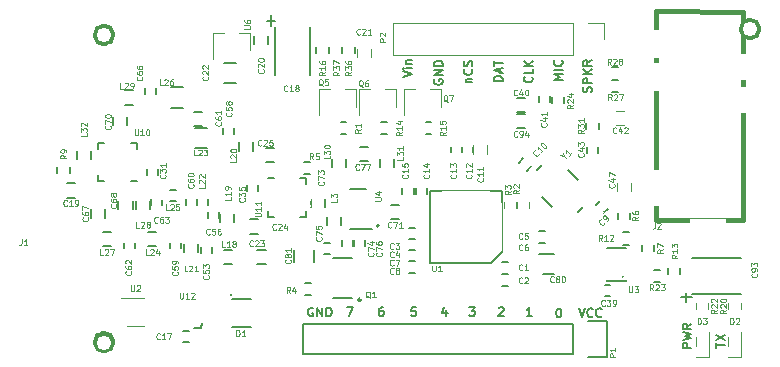
<source format=gto>
G04 #@! TF.GenerationSoftware,KiCad,Pcbnew,(5.0.0)*
G04 #@! TF.CreationDate,2018-09-16T16:08:27-07:00*
G04 #@! TF.ProjectId,HamShieldMini1.2,48616D536869656C644D696E69312E32,rev?*
G04 #@! TF.SameCoordinates,PX459e440PY8f0d180*
G04 #@! TF.FileFunction,Legend,Top*
G04 #@! TF.FilePolarity,Positive*
%FSLAX46Y46*%
G04 Gerber Fmt 4.6, Leading zero omitted, Abs format (unit mm)*
G04 Created by KiCad (PCBNEW (5.0.0)) date 09/16/18 16:08:27*
%MOMM*%
%LPD*%
G01*
G04 APERTURE LIST*
%ADD10C,0.187500*%
%ADD11C,0.150000*%
%ADD12C,0.635000*%
%ADD13C,0.120000*%
%ADD14C,0.381000*%
%ADD15C,0.152400*%
%ADD16C,0.203200*%
%ADD17C,0.101600*%
%ADD18C,0.250000*%
%ADD19C,0.125000*%
%ADD20O,1.000000X0.550000*%
%ADD21O,0.550000X1.000000*%
%ADD22R,1.150000X1.150000*%
%ADD23R,0.850000X0.650000*%
%ADD24C,1.248220*%
%ADD25R,0.650000X0.850000*%
%ADD26R,1.050000X1.150000*%
%ADD27R,3.050000X2.250000*%
%ADD28R,3.050000X2.450000*%
%ADD29R,3.050000X3.050000*%
%ADD30C,1.950000*%
%ADD31R,0.504000X1.012000*%
%ADD32R,1.012000X0.504000*%
%ADD33R,3.249740X3.249740*%
%ADD34R,1.448880X0.798640*%
%ADD35R,1.977200X2.282000*%
%ADD36O,1.977200X2.282000*%
%ADD37R,1.000000X1.050000*%
%ADD38R,0.850000X0.750000*%
%ADD39C,0.750000*%
%ADD40R,0.750000X0.850000*%
%ADD41R,1.050000X1.000000*%
%ADD42R,0.950000X0.670000*%
%ADD43R,0.999300X0.648780*%
%ADD44R,1.250000X1.500000*%
%ADD45R,1.500000X1.250000*%
%ADD46R,4.314000X2.250000*%
%ADD47R,4.314000X1.774000*%
%ADD48R,1.050000X0.850000*%
%ADD49C,1.349820*%
%ADD50R,2.050000X2.480000*%
%ADD51R,1.950000X1.950000*%
%ADD52O,1.950000X1.950000*%
%ADD53R,2.480000X2.050000*%
%ADD54C,3.450000*%
%ADD55R,0.950000X0.550000*%
%ADD56R,0.875000X1.200000*%
%ADD57R,1.250000X0.850000*%
%ADD58R,0.900000X0.650000*%
G04 APERTURE END LIST*
D10*
X34289285Y24432143D02*
X35039285Y24682143D01*
X34289285Y24932143D01*
X35039285Y25182143D02*
X34539285Y25182143D01*
X34289285Y25182143D02*
X34325000Y25146429D01*
X34360714Y25182143D01*
X34325000Y25217858D01*
X34289285Y25182143D01*
X34360714Y25182143D01*
X34539285Y25539286D02*
X35039285Y25539286D01*
X34610714Y25539286D02*
X34575000Y25575000D01*
X34539285Y25646429D01*
X34539285Y25753572D01*
X34575000Y25825000D01*
X34646428Y25860715D01*
X35039285Y25860715D01*
X39689285Y23982143D02*
X40189285Y23982143D01*
X39760714Y23982143D02*
X39725000Y24017858D01*
X39689285Y24089286D01*
X39689285Y24196429D01*
X39725000Y24267858D01*
X39796428Y24303572D01*
X40189285Y24303572D01*
X40117857Y25089286D02*
X40153571Y25053572D01*
X40189285Y24946429D01*
X40189285Y24875000D01*
X40153571Y24767858D01*
X40082142Y24696429D01*
X40010714Y24660715D01*
X39867857Y24625000D01*
X39760714Y24625000D01*
X39617857Y24660715D01*
X39546428Y24696429D01*
X39475000Y24767858D01*
X39439285Y24875000D01*
X39439285Y24946429D01*
X39475000Y25053572D01*
X39510714Y25089286D01*
X40153571Y25375000D02*
X40189285Y25482143D01*
X40189285Y25660715D01*
X40153571Y25732143D01*
X40117857Y25767858D01*
X40046428Y25803572D01*
X39975000Y25803572D01*
X39903571Y25767858D01*
X39867857Y25732143D01*
X39832142Y25660715D01*
X39796428Y25517858D01*
X39760714Y25446429D01*
X39725000Y25410715D01*
X39653571Y25375000D01*
X39582142Y25375000D01*
X39510714Y25410715D01*
X39475000Y25446429D01*
X39439285Y25517858D01*
X39439285Y25696429D01*
X39475000Y25803572D01*
X50253571Y23160715D02*
X50289285Y23267858D01*
X50289285Y23446429D01*
X50253571Y23517858D01*
X50217857Y23553572D01*
X50146428Y23589286D01*
X50075000Y23589286D01*
X50003571Y23553572D01*
X49967857Y23517858D01*
X49932142Y23446429D01*
X49896428Y23303572D01*
X49860714Y23232143D01*
X49825000Y23196429D01*
X49753571Y23160715D01*
X49682142Y23160715D01*
X49610714Y23196429D01*
X49575000Y23232143D01*
X49539285Y23303572D01*
X49539285Y23482143D01*
X49575000Y23589286D01*
X50289285Y23910715D02*
X49539285Y23910715D01*
X49539285Y24196429D01*
X49575000Y24267858D01*
X49610714Y24303572D01*
X49682142Y24339286D01*
X49789285Y24339286D01*
X49860714Y24303572D01*
X49896428Y24267858D01*
X49932142Y24196429D01*
X49932142Y23910715D01*
X50289285Y24660715D02*
X49539285Y24660715D01*
X50289285Y25089286D02*
X49860714Y24767858D01*
X49539285Y25089286D02*
X49967857Y24660715D01*
X50289285Y25839286D02*
X49932142Y25589286D01*
X50289285Y25410715D02*
X49539285Y25410715D01*
X49539285Y25696429D01*
X49575000Y25767858D01*
X49610714Y25803572D01*
X49682142Y25839286D01*
X49789285Y25839286D01*
X49860714Y25803572D01*
X49896428Y25767858D01*
X49932142Y25696429D01*
X49932142Y25410715D01*
X42739285Y24096429D02*
X41989285Y24096429D01*
X41989285Y24275000D01*
X42025000Y24382143D01*
X42096428Y24453572D01*
X42167857Y24489286D01*
X42310714Y24525000D01*
X42417857Y24525000D01*
X42560714Y24489286D01*
X42632142Y24453572D01*
X42703571Y24382143D01*
X42739285Y24275000D01*
X42739285Y24096429D01*
X42525000Y24810715D02*
X42525000Y25167858D01*
X42739285Y24739286D02*
X41989285Y24989286D01*
X42739285Y25239286D01*
X41989285Y25382143D02*
X41989285Y25810715D01*
X42739285Y25596429D02*
X41989285Y25596429D01*
X45217857Y24453572D02*
X45253571Y24417858D01*
X45289285Y24310715D01*
X45289285Y24239286D01*
X45253571Y24132143D01*
X45182142Y24060715D01*
X45110714Y24025000D01*
X44967857Y23989286D01*
X44860714Y23989286D01*
X44717857Y24025000D01*
X44646428Y24060715D01*
X44575000Y24132143D01*
X44539285Y24239286D01*
X44539285Y24310715D01*
X44575000Y24417858D01*
X44610714Y24453572D01*
X45289285Y25132143D02*
X45289285Y24775000D01*
X44539285Y24775000D01*
X45289285Y25382143D02*
X44539285Y25382143D01*
X45289285Y25810715D02*
X44860714Y25489286D01*
X44539285Y25810715D02*
X44967857Y25382143D01*
X36975000Y24228572D02*
X36939285Y24157143D01*
X36939285Y24050000D01*
X36975000Y23942858D01*
X37046428Y23871429D01*
X37117857Y23835715D01*
X37260714Y23800000D01*
X37367857Y23800000D01*
X37510714Y23835715D01*
X37582142Y23871429D01*
X37653571Y23942858D01*
X37689285Y24050000D01*
X37689285Y24121429D01*
X37653571Y24228572D01*
X37617857Y24264286D01*
X37367857Y24264286D01*
X37367857Y24121429D01*
X37689285Y24585715D02*
X36939285Y24585715D01*
X37689285Y25014286D01*
X36939285Y25014286D01*
X37689285Y25371429D02*
X36939285Y25371429D01*
X36939285Y25550000D01*
X36975000Y25657143D01*
X37046428Y25728572D01*
X37117857Y25764286D01*
X37260714Y25800000D01*
X37367857Y25800000D01*
X37510714Y25764286D01*
X37582142Y25728572D01*
X37653571Y25657143D01*
X37689285Y25550000D01*
X37689285Y25371429D01*
X47839285Y24196429D02*
X47089285Y24196429D01*
X47625000Y24446429D01*
X47089285Y24696429D01*
X47839285Y24696429D01*
X47839285Y25053572D02*
X47089285Y25053572D01*
X47767857Y25839286D02*
X47803571Y25803572D01*
X47839285Y25696429D01*
X47839285Y25625000D01*
X47803571Y25517858D01*
X47732142Y25446429D01*
X47660714Y25410715D01*
X47517857Y25375000D01*
X47410714Y25375000D01*
X47267857Y25410715D01*
X47196428Y25446429D01*
X47125000Y25517858D01*
X47089285Y25625000D01*
X47089285Y25696429D01*
X47125000Y25803572D01*
X47160714Y25839286D01*
X47468303Y4835715D02*
X47539732Y4835715D01*
X47611160Y4800000D01*
X47646875Y4764286D01*
X47682589Y4692858D01*
X47718303Y4550000D01*
X47718303Y4371429D01*
X47682589Y4228572D01*
X47646875Y4157143D01*
X47611160Y4121429D01*
X47539732Y4085715D01*
X47468303Y4085715D01*
X47396875Y4121429D01*
X47361160Y4157143D01*
X47325446Y4228572D01*
X47289732Y4371429D01*
X47289732Y4550000D01*
X47325446Y4692858D01*
X47361160Y4764286D01*
X47396875Y4800000D01*
X47468303Y4835715D01*
X60789285Y1528572D02*
X60789285Y1957143D01*
X61539285Y1742858D02*
X60789285Y1742858D01*
X60789285Y2135715D02*
X61539285Y2635715D01*
X60789285Y2635715D02*
X61539285Y2135715D01*
X58739285Y1500000D02*
X57989285Y1500000D01*
X57989285Y1785715D01*
X58025000Y1857143D01*
X58060714Y1892858D01*
X58132142Y1928572D01*
X58239285Y1928572D01*
X58310714Y1892858D01*
X58346428Y1857143D01*
X58382142Y1785715D01*
X58382142Y1500000D01*
X57989285Y2178572D02*
X58739285Y2357143D01*
X58203571Y2500000D01*
X58739285Y2642858D01*
X57989285Y2821429D01*
X58739285Y3535715D02*
X58382142Y3285715D01*
X58739285Y3107143D02*
X57989285Y3107143D01*
X57989285Y3392858D01*
X58025000Y3464286D01*
X58060714Y3500000D01*
X58132142Y3535715D01*
X58239285Y3535715D01*
X58310714Y3500000D01*
X58346428Y3464286D01*
X58382142Y3392858D01*
X58382142Y3107143D01*
X45218303Y4185715D02*
X44789732Y4185715D01*
X45004017Y4185715D02*
X45004017Y4935715D01*
X44932589Y4828572D01*
X44861160Y4757143D01*
X44789732Y4721429D01*
X42407858Y4873416D02*
X42443572Y4909130D01*
X42515001Y4944845D01*
X42693572Y4944845D01*
X42765001Y4909130D01*
X42800715Y4873416D01*
X42836429Y4801988D01*
X42836429Y4730559D01*
X42800715Y4623416D01*
X42372143Y4194845D01*
X42836429Y4194845D01*
X39912143Y4944845D02*
X40376429Y4944845D01*
X40126429Y4659130D01*
X40233572Y4659130D01*
X40305001Y4623416D01*
X40340715Y4587702D01*
X40376429Y4516273D01*
X40376429Y4337702D01*
X40340715Y4266273D01*
X40305001Y4230559D01*
X40233572Y4194845D01*
X40019286Y4194845D01*
X39947858Y4230559D01*
X39912143Y4266273D01*
X37985001Y4694845D02*
X37985001Y4194845D01*
X37806429Y4980559D02*
X37627858Y4444845D01*
X38092143Y4444845D01*
X35400715Y4944845D02*
X35043572Y4944845D01*
X35007858Y4587702D01*
X35043572Y4623416D01*
X35115001Y4659130D01*
X35293572Y4659130D01*
X35365001Y4623416D01*
X35400715Y4587702D01*
X35436429Y4516273D01*
X35436429Y4337702D01*
X35400715Y4266273D01*
X35365001Y4230559D01*
X35293572Y4194845D01*
X35115001Y4194845D01*
X35043572Y4230559D01*
X35007858Y4266273D01*
X32625001Y4944845D02*
X32482143Y4944845D01*
X32410715Y4909130D01*
X32375001Y4873416D01*
X32303572Y4766273D01*
X32267858Y4623416D01*
X32267858Y4337702D01*
X32303572Y4266273D01*
X32339286Y4230559D01*
X32410715Y4194845D01*
X32553572Y4194845D01*
X32625001Y4230559D01*
X32660715Y4266273D01*
X32696429Y4337702D01*
X32696429Y4516273D01*
X32660715Y4587702D01*
X32625001Y4623416D01*
X32553572Y4659130D01*
X32410715Y4659130D01*
X32339286Y4623416D01*
X32303572Y4587702D01*
X32267858Y4516273D01*
X29602143Y4944845D02*
X30102143Y4944845D01*
X29780715Y4194845D01*
X49193303Y4860715D02*
X49443303Y4110715D01*
X49693303Y4860715D01*
X50371875Y4182143D02*
X50336160Y4146429D01*
X50229017Y4110715D01*
X50157589Y4110715D01*
X50050446Y4146429D01*
X49979017Y4217858D01*
X49943303Y4289286D01*
X49907589Y4432143D01*
X49907589Y4539286D01*
X49943303Y4682143D01*
X49979017Y4753572D01*
X50050446Y4825000D01*
X50157589Y4860715D01*
X50229017Y4860715D01*
X50336160Y4825000D01*
X50371875Y4789286D01*
X51121875Y4182143D02*
X51086160Y4146429D01*
X50979017Y4110715D01*
X50907589Y4110715D01*
X50800446Y4146429D01*
X50729017Y4217858D01*
X50693303Y4289286D01*
X50657589Y4432143D01*
X50657589Y4539286D01*
X50693303Y4682143D01*
X50729017Y4753572D01*
X50800446Y4825000D01*
X50907589Y4860715D01*
X50979017Y4860715D01*
X51086160Y4825000D01*
X51121875Y4789286D01*
X26693303Y4875000D02*
X26621875Y4910715D01*
X26514732Y4910715D01*
X26407589Y4875000D01*
X26336160Y4803572D01*
X26300446Y4732143D01*
X26264732Y4589286D01*
X26264732Y4482143D01*
X26300446Y4339286D01*
X26336160Y4267858D01*
X26407589Y4196429D01*
X26514732Y4160715D01*
X26586160Y4160715D01*
X26693303Y4196429D01*
X26729017Y4232143D01*
X26729017Y4482143D01*
X26586160Y4482143D01*
X27050446Y4160715D02*
X27050446Y4910715D01*
X27479017Y4160715D01*
X27479017Y4910715D01*
X27836160Y4160715D02*
X27836160Y4910715D01*
X28014732Y4910715D01*
X28121875Y4875000D01*
X28193303Y4803572D01*
X28229017Y4732143D01*
X28264732Y4589286D01*
X28264732Y4482143D01*
X28229017Y4339286D01*
X28193303Y4267858D01*
X28121875Y4196429D01*
X28014732Y4160715D01*
X27836160Y4160715D01*
D11*
G04 #@! TO.C,U11*
X26125000Y15875000D02*
X26125000Y15375000D01*
X22875000Y12625000D02*
X22875000Y13125000D01*
X26125000Y12625000D02*
X26125000Y13125000D01*
X22875000Y15875000D02*
X23375000Y15875000D01*
X22875000Y12625000D02*
X23375000Y12625000D01*
X26125000Y12625000D02*
X25625000Y12625000D01*
X26125000Y15875000D02*
X25625000Y15875000D01*
G04 #@! TO.C,R36*
X30225000Y26500000D02*
X30225000Y27000000D01*
X29175000Y27000000D02*
X29175000Y26500000D01*
G04 #@! TO.C,R37*
X29125000Y26500000D02*
X29125000Y27000000D01*
X28075000Y27000000D02*
X28075000Y26500000D01*
D12*
G04 #@! TO.C,FD1*
X64335802Y28500000D02*
G75*
G03X64335802Y28500000I-635802J0D01*
G01*
D11*
G04 #@! TO.C,R1*
X29525000Y20650000D02*
X29025000Y20650000D01*
X29025000Y19600000D02*
X29525000Y19600000D01*
G04 #@! TO.C,R14*
X32925000Y20650000D02*
X32425000Y20650000D01*
X32425000Y19600000D02*
X32925000Y19600000D01*
G04 #@! TO.C,R15*
X36725000Y20650000D02*
X36225000Y20650000D01*
X36225000Y19600000D02*
X36725000Y19600000D01*
G04 #@! TO.C,R16*
X28025000Y26500000D02*
X28025000Y27000000D01*
X26975000Y27000000D02*
X26975000Y26500000D01*
D13*
G04 #@! TO.C,Q5*
X30355000Y23385000D02*
X29425000Y23385000D01*
X27195000Y23385000D02*
X28125000Y23385000D01*
X27195000Y23385000D02*
X27195000Y21225000D01*
X30355000Y23385000D02*
X30355000Y21925000D01*
G04 #@! TO.C,Q6*
X33755000Y23385000D02*
X32825000Y23385000D01*
X30595000Y23385000D02*
X31525000Y23385000D01*
X30595000Y23385000D02*
X30595000Y21225000D01*
X33755000Y23385000D02*
X33755000Y21925000D01*
G04 #@! TO.C,Q7*
X37555000Y23385000D02*
X36625000Y23385000D01*
X34395000Y23385000D02*
X35325000Y23385000D01*
X34395000Y23385000D02*
X34395000Y21225000D01*
X37555000Y23385000D02*
X37555000Y21925000D01*
D14*
G04 #@! TO.C,J2*
X55700000Y12350000D02*
X63100000Y12350000D01*
X63100000Y12350000D02*
X63100000Y29975000D01*
X63100000Y29975000D02*
X55700000Y30025000D01*
X55700000Y30025000D02*
X55700000Y12350000D01*
D15*
G04 #@! TO.C,U1*
X41745500Y8702000D02*
X37554500Y8702000D01*
X37554500Y8702000D02*
X36602000Y8702000D01*
X36602000Y8702000D02*
X36602000Y14798000D01*
X36602000Y14798000D02*
X42698000Y14798000D01*
X42698000Y14798000D02*
X42698000Y9654500D01*
X42698000Y9654500D02*
X41745500Y8702000D01*
D16*
G04 #@! TO.C,U3*
X51564740Y9972400D02*
X53185260Y9972400D01*
X53185260Y7127600D02*
X51564740Y7127600D01*
X53185260Y7224120D02*
X53185260Y7127600D01*
X53185260Y9972400D02*
X53185260Y9875880D01*
X51564740Y9875880D02*
X51564740Y9972400D01*
X51564740Y7127600D02*
X51564740Y7224120D01*
D15*
X52931145Y7539800D02*
G75*
G03X52931145Y7539800I-25145J0D01*
G01*
D11*
G04 #@! TO.C,P1*
X48730000Y980000D02*
X25870000Y980000D01*
X25870000Y980000D02*
X25870000Y3520000D01*
X25870000Y3520000D02*
X48730000Y3520000D01*
X51550000Y700000D02*
X50000000Y700000D01*
X48730000Y980000D02*
X48730000Y3520000D01*
X50000000Y3800000D02*
X51550000Y3800000D01*
X51550000Y3800000D02*
X51550000Y700000D01*
G04 #@! TO.C,C20*
X22900000Y27950000D02*
X22900000Y27250000D01*
X21700000Y27250000D02*
X21700000Y27950000D01*
G04 #@! TO.C,C1*
X42700000Y7800000D02*
X43200000Y7800000D01*
X43200000Y8750000D02*
X42700000Y8750000D01*
G04 #@! TO.C,C2*
X42700000Y6775000D02*
X43200000Y6775000D01*
X43200000Y7725000D02*
X42700000Y7725000D01*
G04 #@! TO.C,C3*
X35350000Y11675000D02*
X34850000Y11675000D01*
X34850000Y10725000D02*
X35350000Y10725000D01*
G04 #@! TO.C,C4*
X35350000Y10725000D02*
X34850000Y10725000D01*
X34850000Y9775000D02*
X35350000Y9775000D01*
G04 #@! TO.C,C5*
X45825000Y10425000D02*
X46325000Y10425000D01*
X46325000Y11375000D02*
X45825000Y11375000D01*
G04 #@! TO.C,C6*
X45825000Y9475000D02*
X46325000Y9475000D01*
X46325000Y10425000D02*
X45825000Y10425000D01*
G04 #@! TO.C,C7*
X35350000Y9775000D02*
X34850000Y9775000D01*
X34850000Y8825000D02*
X35350000Y8825000D01*
G04 #@! TO.C,C8*
X35350000Y8825000D02*
X34850000Y8825000D01*
X34850000Y7875000D02*
X35350000Y7875000D01*
G04 #@! TO.C,C9*
X51284099Y12887348D02*
X51637652Y13240901D01*
X50965901Y13912652D02*
X50612348Y13559099D01*
G04 #@! TO.C,C10*
X44809099Y16512348D02*
X45162652Y16865901D01*
X44490901Y17537652D02*
X44137348Y17184099D01*
G04 #@! TO.C,C12*
X40250000Y18050000D02*
X40250000Y18550000D01*
X39300000Y18550000D02*
X39300000Y18050000D01*
G04 #@! TO.C,C13*
X39300000Y18050000D02*
X39300000Y18550000D01*
X38350000Y18550000D02*
X38350000Y18050000D01*
G04 #@! TO.C,C14*
X36345000Y14550000D02*
X36345000Y15050000D01*
X35395000Y15050000D02*
X35395000Y14550000D01*
G04 #@! TO.C,C15*
X35205000Y14550000D02*
X35205000Y15050000D01*
X34255000Y15050000D02*
X34255000Y14550000D01*
G04 #@! TO.C,C17*
X15680000Y2015000D02*
X16180000Y2015000D01*
X16180000Y2965000D02*
X15680000Y2965000D01*
G04 #@! TO.C,C19*
X5875000Y15425000D02*
X6575000Y15425000D01*
X6575000Y14225000D02*
X5875000Y14225000D01*
G04 #@! TO.C,C23*
X22675000Y8625000D02*
X21975000Y8625000D01*
X21975000Y9825000D02*
X22675000Y9825000D01*
G04 #@! TO.C,C24*
X22075000Y11175000D02*
X21375000Y11175000D01*
X21375000Y12375000D02*
X22075000Y12375000D01*
G04 #@! TO.C,C25*
X22700000Y18400000D02*
X23400000Y18400000D01*
X23400000Y17200000D02*
X22700000Y17200000D01*
G04 #@! TO.C,C31*
X13575000Y16150000D02*
X13575000Y16650000D01*
X12625000Y16650000D02*
X12625000Y16150000D01*
G04 #@! TO.C,C35*
X21125000Y15300000D02*
X21125000Y14800000D01*
X22075000Y14800000D02*
X22075000Y15300000D01*
G04 #@! TO.C,C39*
X51375000Y5900000D02*
X51875000Y5900000D01*
X51875000Y6850000D02*
X51375000Y6850000D01*
G04 #@! TO.C,C40*
X44675000Y21450000D02*
X43975000Y21450000D01*
X43975000Y22650000D02*
X44675000Y22650000D01*
G04 #@! TO.C,C41*
X46775000Y22350000D02*
X46775000Y22850000D01*
X45825000Y22850000D02*
X45825000Y22350000D01*
G04 #@! TO.C,C43*
X50825000Y18000000D02*
X50825000Y18500000D01*
X49875000Y18500000D02*
X49875000Y18000000D01*
G04 #@! TO.C,C56*
X18750000Y12475000D02*
X18750000Y12975000D01*
X17800000Y12975000D02*
X17800000Y12475000D01*
G04 #@! TO.C,C59*
X15500000Y9925000D02*
X15500000Y10425000D01*
X14550000Y10425000D02*
X14550000Y9925000D01*
G04 #@! TO.C,C60*
X16850000Y13575000D02*
X16850000Y14075000D01*
X15900000Y14075000D02*
X15900000Y13575000D01*
G04 #@! TO.C,C94*
X44675000Y20125000D02*
X43975000Y20125000D01*
X43975000Y21325000D02*
X44675000Y21325000D01*
G04 #@! TO.C,R12*
X52975000Y10250000D02*
X53475000Y10250000D01*
X53475000Y11300000D02*
X52975000Y11300000D01*
G04 #@! TO.C,R13*
X56750000Y8300000D02*
X56750000Y7800000D01*
X57800000Y7800000D02*
X57800000Y8300000D01*
G04 #@! TO.C,R23*
X55575000Y7075000D02*
X56075000Y7075000D01*
X56075000Y8125000D02*
X55575000Y8125000D01*
G04 #@! TO.C,R24*
X47975000Y22250000D02*
X47975000Y22750000D01*
X46925000Y22750000D02*
X46925000Y22250000D01*
G04 #@! TO.C,R27*
X52050000Y23175000D02*
X52550000Y23175000D01*
X52550000Y24225000D02*
X52050000Y24225000D01*
G04 #@! TO.C,R28*
X52050000Y24225000D02*
X52550000Y24225000D01*
X52550000Y25275000D02*
X52050000Y25275000D01*
G04 #@! TO.C,R31*
X50875000Y20050000D02*
X50875000Y20550000D01*
X49825000Y20550000D02*
X49825000Y20050000D01*
G04 #@! TO.C,R4*
X26550000Y7025000D02*
X26050000Y7025000D01*
X26050000Y5975000D02*
X26550000Y5975000D01*
G04 #@! TO.C,R5*
X26400000Y17275000D02*
X25900000Y17275000D01*
X25900000Y16225000D02*
X26400000Y16225000D01*
G04 #@! TO.C,R6*
X52475000Y12900000D02*
X52475000Y12400000D01*
X53525000Y12400000D02*
X53525000Y12900000D01*
G04 #@! TO.C,R7*
X54525000Y10200000D02*
X54525000Y9700000D01*
X55575000Y9700000D02*
X55575000Y10200000D01*
D16*
G04 #@! TO.C,D1*
X19832440Y5638880D02*
X21427560Y5638880D01*
X19832440Y3241120D02*
X21427560Y3241120D01*
D17*
X19848487Y5967660D02*
G75*
G03X19848487Y5967660I-96987J0D01*
G01*
D11*
G04 #@! TO.C,C58*
X19075000Y20100000D02*
X19075000Y19600000D01*
X20025000Y19600000D02*
X20025000Y20100000D01*
G04 #@! TO.C,U12*
X16640780Y3209040D02*
X17250380Y3209040D01*
X17250380Y3209040D02*
X17260540Y3640840D01*
G04 #@! TO.C,C61*
X16600000Y21450000D02*
X17300000Y21450000D01*
X17300000Y20250000D02*
X16600000Y20250000D01*
G04 #@! TO.C,C67*
X9075000Y13225000D02*
X9075000Y12525000D01*
X7875000Y12525000D02*
X7875000Y13225000D01*
G04 #@! TO.C,C73*
X26550000Y13400000D02*
X26550000Y14100000D01*
X27750000Y14100000D02*
X27750000Y13400000D01*
G04 #@! TO.C,L18*
X19875000Y8625000D02*
X19175000Y8625000D01*
X19175000Y9825000D02*
X19875000Y9825000D01*
G04 #@! TO.C,L19*
X18825000Y12175000D02*
X18825000Y12875000D01*
X20025000Y12875000D02*
X20025000Y12175000D01*
G04 #@! TO.C,L21*
X15775000Y9625000D02*
X15775000Y10325000D01*
X16975000Y10325000D02*
X16975000Y9625000D01*
G04 #@! TO.C,L24*
X13425000Y10125000D02*
X12725000Y10125000D01*
X12725000Y11325000D02*
X13425000Y11325000D01*
G04 #@! TO.C,L27*
X9575000Y10125000D02*
X8875000Y10125000D01*
X8875000Y11325000D02*
X9575000Y11325000D01*
G04 #@! TO.C,L28*
X12875000Y13975000D02*
X12875000Y13275000D01*
X11675000Y13275000D02*
X11675000Y13975000D01*
G04 #@! TO.C,C53*
X17200000Y10025000D02*
X17200000Y9525000D01*
X18150000Y9525000D02*
X18150000Y10025000D01*
G04 #@! TO.C,C62*
X11600000Y9925000D02*
X11600000Y10425000D01*
X10650000Y10425000D02*
X10650000Y9925000D01*
G04 #@! TO.C,C63*
X13900000Y13575000D02*
X13900000Y14075000D01*
X12950000Y14075000D02*
X12950000Y13575000D01*
G04 #@! TO.C,C66*
X12475000Y23500000D02*
X12475000Y23000000D01*
X13425000Y23000000D02*
X13425000Y23500000D01*
G04 #@! TO.C,C68*
X11425000Y13975000D02*
X11425000Y13275000D01*
X10225000Y13275000D02*
X10225000Y13975000D01*
G04 #@! TO.C,C70*
X10975000Y21050000D02*
X10975000Y20350000D01*
X9775000Y20350000D02*
X9775000Y21050000D01*
G04 #@! TO.C,C71*
X34000000Y12400000D02*
X33300000Y12400000D01*
X33300000Y13600000D02*
X34000000Y13600000D01*
G04 #@! TO.C,C75*
X27650000Y9425000D02*
X28150000Y9425000D01*
X28150000Y10375000D02*
X27650000Y10375000D01*
G04 #@! TO.C,C76*
X30125000Y10650000D02*
X30125000Y10150000D01*
X31075000Y10150000D02*
X31075000Y10650000D01*
G04 #@! TO.C,L22*
X16850000Y14075000D02*
X16850000Y13575000D01*
X17800000Y13575000D02*
X17800000Y14075000D01*
G04 #@! TO.C,L23*
X16700000Y18450000D02*
X17700000Y18450000D01*
X17700000Y20150000D02*
X16700000Y20150000D01*
G04 #@! TO.C,L25*
X14575000Y13900000D02*
X15075000Y13900000D01*
X15075000Y14850000D02*
X14575000Y14850000D01*
G04 #@! TO.C,L26*
X14700000Y21850000D02*
X15700000Y21850000D01*
X15700000Y23550000D02*
X14700000Y23550000D01*
G04 #@! TO.C,C74*
X29125000Y10650000D02*
X29125000Y10150000D01*
X30075000Y10150000D02*
X30075000Y10650000D01*
D12*
G04 #@! TO.C,FD2*
X9635802Y2000000D02*
G75*
G03X9635802Y2000000I-635802J0D01*
G01*
D11*
G04 #@! TO.C,C77*
X30640000Y18510000D02*
X31340000Y18510000D01*
X31340000Y17310000D02*
X30640000Y17310000D01*
G04 #@! TO.C,L30*
X28300000Y16820000D02*
X28300000Y17520000D01*
X29500000Y17520000D02*
X29500000Y16820000D01*
G04 #@! TO.C,L31*
X32390000Y16820000D02*
X32390000Y17520000D01*
X33590000Y17520000D02*
X33590000Y16820000D01*
G04 #@! TO.C,L32*
X6725000Y17475000D02*
X6725000Y18175000D01*
X7925000Y18175000D02*
X7925000Y17475000D01*
G04 #@! TO.C,R9*
X5050000Y16825000D02*
X5050000Y16325000D01*
X6100000Y16325000D02*
X6100000Y16825000D01*
G04 #@! TO.C,C22*
X19200000Y23950000D02*
X20200000Y23950000D01*
X20200000Y25650000D02*
X19200000Y25650000D01*
G04 #@! TO.C,L3*
X27850000Y11900000D02*
X27850000Y12600000D01*
X29050000Y12600000D02*
X29050000Y11900000D01*
G04 #@! TO.C,L20*
X20400000Y18200000D02*
X20400000Y18900000D01*
X21600000Y18900000D02*
X21600000Y18200000D01*
G04 #@! TO.C,L29*
X11450000Y22100000D02*
X10750000Y22100000D01*
X10750000Y23300000D02*
X11450000Y23300000D01*
G04 #@! TO.C,C80*
X47125000Y9450000D02*
X46125000Y9450000D01*
X46125000Y7750000D02*
X47125000Y7750000D01*
G04 #@! TO.C,C81*
X25050000Y9800000D02*
X25050000Y8800000D01*
X26750000Y8800000D02*
X26750000Y9800000D01*
D13*
G04 #@! TO.C,D2*
X61810000Y740000D02*
X62950000Y740000D01*
X62950000Y740000D02*
X62950000Y2840000D01*
X61810000Y740000D02*
X61810000Y2840000D01*
G04 #@! TO.C,D3*
X59080000Y740000D02*
X60220000Y740000D01*
X60220000Y740000D02*
X60220000Y2840000D01*
X59080000Y740000D02*
X59080000Y2840000D01*
G04 #@! TO.C,R20*
X62910000Y4790000D02*
X62910000Y5290000D01*
X61850000Y5290000D02*
X61850000Y4790000D01*
G04 #@! TO.C,R22*
X60160000Y4790000D02*
X60160000Y5290000D01*
X59100000Y5290000D02*
X59100000Y4790000D01*
G04 #@! TO.C,U6*
X21380000Y28160000D02*
X20450000Y28160000D01*
X18220000Y28160000D02*
X19150000Y28160000D01*
X18220000Y28160000D02*
X18220000Y26000000D01*
X21380000Y28160000D02*
X21380000Y26700000D01*
D16*
G04 #@! TO.C,Y1*
X46894152Y13421416D02*
X46046416Y14269152D01*
X45620752Y16530380D02*
X46044620Y16954248D01*
X48305848Y16528584D02*
X49153584Y15680848D01*
X49155380Y12995752D02*
X49579248Y13419620D01*
D13*
G04 #@! TO.C,C42*
X52350000Y21600000D02*
X53050000Y21600000D01*
X53050000Y20400000D02*
X52350000Y20400000D01*
G04 #@! TO.C,C47*
X52400000Y14750000D02*
X52400000Y15450000D01*
X53600000Y15450000D02*
X53600000Y14750000D01*
D11*
G04 #@! TO.C,C93*
X58280000Y5410000D02*
X58280000Y6160000D01*
X57840000Y5790000D02*
X58740000Y5790000D01*
X62900000Y6100000D02*
X58800000Y6100000D01*
X62900000Y9100000D02*
X58800000Y9100000D01*
D12*
G04 #@! TO.C,FD3*
X9635802Y28000000D02*
G75*
G03X9635802Y28000000I-635802J0D01*
G01*
D13*
G04 #@! TO.C,P2*
X33430000Y28980000D02*
X33430000Y26320000D01*
X48730000Y28980000D02*
X33430000Y28980000D01*
X48730000Y26320000D02*
X33430000Y26320000D01*
X48730000Y28980000D02*
X48730000Y26320000D01*
X50000000Y28980000D02*
X51330000Y28980000D01*
X51330000Y28980000D02*
X51330000Y27650000D01*
D11*
G04 #@! TO.C,C18*
X22760000Y29220000D02*
X23510000Y29220000D01*
X23140000Y29660000D02*
X23140000Y28760000D01*
X23450000Y24600000D02*
X23450000Y28700000D01*
X26450000Y24600000D02*
X26450000Y28700000D01*
D13*
G04 #@! TO.C,C21*
X30400000Y26100000D02*
X30400000Y26800000D01*
X31600000Y26800000D02*
X31600000Y26100000D01*
G04 #@! TO.C,C11*
X40250000Y17950000D02*
X40250000Y18650000D01*
X41450000Y18650000D02*
X41450000Y17950000D01*
G04 #@! TO.C,R2*
X44980000Y13325000D02*
X44980000Y13825000D01*
X43920000Y13825000D02*
X43920000Y13325000D01*
G04 #@! TO.C,R3*
X43930000Y13325000D02*
X43930000Y13825000D01*
X42870000Y13825000D02*
X42870000Y13325000D01*
D11*
G04 #@! TO.C,U4*
X32276023Y11830000D02*
G75*
G03X32276023Y11830000I-86023J0D01*
G01*
X31150000Y14950000D02*
X29850000Y14950000D01*
X31725000Y11550000D02*
X29850000Y11550000D01*
D16*
G04 #@! TO.C,Q1*
X29997560Y5751120D02*
X28402440Y5751120D01*
X29967560Y9078880D02*
X28372440Y9078880D01*
D18*
X30725487Y5572340D02*
G75*
G03X30725487Y5572340I-96987J0D01*
G01*
D11*
G04 #@! TO.C,U10*
X8500000Y15625000D02*
X9000000Y15625000D01*
X8500000Y18875000D02*
X9000000Y18875000D01*
X11750000Y18875000D02*
X11250000Y18875000D01*
X11750000Y15625000D02*
X11250000Y15625000D01*
X8500000Y18875000D02*
X8500000Y18375000D01*
X11750000Y18875000D02*
X11750000Y18375000D01*
X8500000Y15625000D02*
X8500000Y16125000D01*
D13*
G04 #@! TO.C,U2*
X10950000Y3390000D02*
X12350000Y3390000D01*
X12350000Y5710000D02*
X10450000Y5710000D01*
G04 #@! TD*
D11*
G04 #@! TO.C,J2*
X60175000Y23300000D02*
G75*
G03X60175000Y23300000I-775000J0D01*
G01*
X60175000Y16300000D02*
G75*
G03X60175000Y16300000I-775000J0D01*
G01*
G04 #@! TD*
G04 #@! TO.C,P1*
X49211400Y3191000D02*
X49211400Y1309000D01*
X50788600Y1309000D01*
X50788600Y3191000D01*
X49211400Y3191000D01*
X46671400Y2402400D02*
X46671400Y2097600D01*
X48248600Y2402400D02*
X48248600Y2097600D01*
X46671400Y2097600D02*
G75*
G03X48248600Y2097600I788600J0D01*
G01*
X48248600Y2402400D02*
G75*
G03X46671400Y2402400I-788600J0D01*
G01*
X44131400Y2402400D02*
X44131400Y2097600D01*
X45708600Y2402400D02*
X45708600Y2097600D01*
X44131400Y2097600D02*
G75*
G03X45708600Y2097600I788600J0D01*
G01*
X45708600Y2402400D02*
G75*
G03X44131400Y2402400I-788600J0D01*
G01*
X41591400Y2402400D02*
X41591400Y2097600D01*
X43168600Y2402400D02*
X43168600Y2097600D01*
X41591400Y2097600D02*
G75*
G03X43168600Y2097600I788600J0D01*
G01*
X43168600Y2402400D02*
G75*
G03X41591400Y2402400I-788600J0D01*
G01*
X39051400Y2402400D02*
X39051400Y2097600D01*
X40628600Y2402400D02*
X40628600Y2097600D01*
X39051400Y2097600D02*
G75*
G03X40628600Y2097600I788600J0D01*
G01*
X40628600Y2402400D02*
G75*
G03X39051400Y2402400I-788600J0D01*
G01*
X36511400Y2402400D02*
X36511400Y2097600D01*
X38088600Y2402400D02*
X38088600Y2097600D01*
X36511400Y2097600D02*
G75*
G03X38088600Y2097600I788600J0D01*
G01*
X38088600Y2402400D02*
G75*
G03X36511400Y2402400I-788600J0D01*
G01*
X33971400Y2402400D02*
X33971400Y2097600D01*
X35548600Y2402400D02*
X35548600Y2097600D01*
X33971400Y2097600D02*
G75*
G03X35548600Y2097600I788600J0D01*
G01*
X35548600Y2402400D02*
G75*
G03X33971400Y2402400I-788600J0D01*
G01*
X31431400Y2402400D02*
X31431400Y2097600D01*
X33008600Y2402400D02*
X33008600Y2097600D01*
X31431400Y2097600D02*
G75*
G03X33008600Y2097600I788600J0D01*
G01*
X33008600Y2402400D02*
G75*
G03X31431400Y2402400I-788600J0D01*
G01*
X28891400Y2402400D02*
X28891400Y2097600D01*
X30468600Y2402400D02*
X30468600Y2097600D01*
X28891400Y2097600D02*
G75*
G03X30468600Y2097600I788600J0D01*
G01*
X30468600Y2402400D02*
G75*
G03X28891400Y2402400I-788600J0D01*
G01*
X26351400Y2402400D02*
X26351400Y2097600D01*
X27928600Y2402400D02*
X27928600Y2097600D01*
X26351400Y2097600D02*
G75*
G03X27928600Y2097600I788600J0D01*
G01*
X27928600Y2402400D02*
G75*
G03X26351400Y2402400I-788600J0D01*
G01*
G04 #@! TD*
G04 #@! TO.C,U11*
D19*
X21776190Y12630953D02*
X22180952Y12630953D01*
X22228571Y12654762D01*
X22252380Y12678572D01*
X22276190Y12726191D01*
X22276190Y12821429D01*
X22252380Y12869048D01*
X22228571Y12892858D01*
X22180952Y12916667D01*
X21776190Y12916667D01*
X22276190Y13416667D02*
X22276190Y13130953D01*
X22276190Y13273810D02*
X21776190Y13273810D01*
X21847619Y13226191D01*
X21895238Y13178572D01*
X21919047Y13130953D01*
X22276190Y13892858D02*
X22276190Y13607143D01*
X22276190Y13750000D02*
X21776190Y13750000D01*
X21847619Y13702381D01*
X21895238Y13654762D01*
X21919047Y13607143D01*
G04 #@! TO.C,R36*
X29926190Y24878572D02*
X29688095Y24711905D01*
X29926190Y24592858D02*
X29426190Y24592858D01*
X29426190Y24783334D01*
X29450000Y24830953D01*
X29473809Y24854762D01*
X29521428Y24878572D01*
X29592857Y24878572D01*
X29640476Y24854762D01*
X29664285Y24830953D01*
X29688095Y24783334D01*
X29688095Y24592858D01*
X29426190Y25045239D02*
X29426190Y25354762D01*
X29616666Y25188096D01*
X29616666Y25259524D01*
X29640476Y25307143D01*
X29664285Y25330953D01*
X29711904Y25354762D01*
X29830952Y25354762D01*
X29878571Y25330953D01*
X29902380Y25307143D01*
X29926190Y25259524D01*
X29926190Y25116667D01*
X29902380Y25069048D01*
X29878571Y25045239D01*
X29426190Y25783334D02*
X29426190Y25688096D01*
X29450000Y25640477D01*
X29473809Y25616667D01*
X29545238Y25569048D01*
X29640476Y25545239D01*
X29830952Y25545239D01*
X29878571Y25569048D01*
X29902380Y25592858D01*
X29926190Y25640477D01*
X29926190Y25735715D01*
X29902380Y25783334D01*
X29878571Y25807143D01*
X29830952Y25830953D01*
X29711904Y25830953D01*
X29664285Y25807143D01*
X29640476Y25783334D01*
X29616666Y25735715D01*
X29616666Y25640477D01*
X29640476Y25592858D01*
X29664285Y25569048D01*
X29711904Y25545239D01*
G04 #@! TO.C,R37*
X28926190Y24878572D02*
X28688095Y24711905D01*
X28926190Y24592858D02*
X28426190Y24592858D01*
X28426190Y24783334D01*
X28450000Y24830953D01*
X28473809Y24854762D01*
X28521428Y24878572D01*
X28592857Y24878572D01*
X28640476Y24854762D01*
X28664285Y24830953D01*
X28688095Y24783334D01*
X28688095Y24592858D01*
X28426190Y25045239D02*
X28426190Y25354762D01*
X28616666Y25188096D01*
X28616666Y25259524D01*
X28640476Y25307143D01*
X28664285Y25330953D01*
X28711904Y25354762D01*
X28830952Y25354762D01*
X28878571Y25330953D01*
X28902380Y25307143D01*
X28926190Y25259524D01*
X28926190Y25116667D01*
X28902380Y25069048D01*
X28878571Y25045239D01*
X28426190Y25521429D02*
X28426190Y25854762D01*
X28926190Y25640477D01*
G04 #@! TO.C,R1*
X30726190Y20016667D02*
X30488095Y19850000D01*
X30726190Y19730953D02*
X30226190Y19730953D01*
X30226190Y19921429D01*
X30250000Y19969048D01*
X30273809Y19992858D01*
X30321428Y20016667D01*
X30392857Y20016667D01*
X30440476Y19992858D01*
X30464285Y19969048D01*
X30488095Y19921429D01*
X30488095Y19730953D01*
X30726190Y20492858D02*
X30726190Y20207143D01*
X30726190Y20350000D02*
X30226190Y20350000D01*
X30297619Y20302381D01*
X30345238Y20254762D01*
X30369047Y20207143D01*
G04 #@! TO.C,R14*
X34226190Y19778572D02*
X33988095Y19611905D01*
X34226190Y19492858D02*
X33726190Y19492858D01*
X33726190Y19683334D01*
X33750000Y19730953D01*
X33773809Y19754762D01*
X33821428Y19778572D01*
X33892857Y19778572D01*
X33940476Y19754762D01*
X33964285Y19730953D01*
X33988095Y19683334D01*
X33988095Y19492858D01*
X34226190Y20254762D02*
X34226190Y19969048D01*
X34226190Y20111905D02*
X33726190Y20111905D01*
X33797619Y20064286D01*
X33845238Y20016667D01*
X33869047Y19969048D01*
X33892857Y20683334D02*
X34226190Y20683334D01*
X33702380Y20564286D02*
X34059523Y20445239D01*
X34059523Y20754762D01*
G04 #@! TO.C,R15*
X37926190Y19778572D02*
X37688095Y19611905D01*
X37926190Y19492858D02*
X37426190Y19492858D01*
X37426190Y19683334D01*
X37450000Y19730953D01*
X37473809Y19754762D01*
X37521428Y19778572D01*
X37592857Y19778572D01*
X37640476Y19754762D01*
X37664285Y19730953D01*
X37688095Y19683334D01*
X37688095Y19492858D01*
X37926190Y20254762D02*
X37926190Y19969048D01*
X37926190Y20111905D02*
X37426190Y20111905D01*
X37497619Y20064286D01*
X37545238Y20016667D01*
X37569047Y19969048D01*
X37426190Y20707143D02*
X37426190Y20469048D01*
X37664285Y20445239D01*
X37640476Y20469048D01*
X37616666Y20516667D01*
X37616666Y20635715D01*
X37640476Y20683334D01*
X37664285Y20707143D01*
X37711904Y20730953D01*
X37830952Y20730953D01*
X37878571Y20707143D01*
X37902380Y20683334D01*
X37926190Y20635715D01*
X37926190Y20516667D01*
X37902380Y20469048D01*
X37878571Y20445239D01*
G04 #@! TO.C,R16*
X27726190Y24878572D02*
X27488095Y24711905D01*
X27726190Y24592858D02*
X27226190Y24592858D01*
X27226190Y24783334D01*
X27250000Y24830953D01*
X27273809Y24854762D01*
X27321428Y24878572D01*
X27392857Y24878572D01*
X27440476Y24854762D01*
X27464285Y24830953D01*
X27488095Y24783334D01*
X27488095Y24592858D01*
X27726190Y25354762D02*
X27726190Y25069048D01*
X27726190Y25211905D02*
X27226190Y25211905D01*
X27297619Y25164286D01*
X27345238Y25116667D01*
X27369047Y25069048D01*
X27226190Y25783334D02*
X27226190Y25688096D01*
X27250000Y25640477D01*
X27273809Y25616667D01*
X27345238Y25569048D01*
X27440476Y25545239D01*
X27630952Y25545239D01*
X27678571Y25569048D01*
X27702380Y25592858D01*
X27726190Y25640477D01*
X27726190Y25735715D01*
X27702380Y25783334D01*
X27678571Y25807143D01*
X27630952Y25830953D01*
X27511904Y25830953D01*
X27464285Y25807143D01*
X27440476Y25783334D01*
X27416666Y25735715D01*
X27416666Y25640477D01*
X27440476Y25592858D01*
X27464285Y25569048D01*
X27511904Y25545239D01*
G04 #@! TO.C,Q5*
X27527380Y23701191D02*
X27479761Y23725000D01*
X27432142Y23772620D01*
X27360714Y23844048D01*
X27313095Y23867858D01*
X27265476Y23867858D01*
X27289285Y23748810D02*
X27241666Y23772620D01*
X27194047Y23820239D01*
X27170238Y23915477D01*
X27170238Y24082143D01*
X27194047Y24177381D01*
X27241666Y24225000D01*
X27289285Y24248810D01*
X27384523Y24248810D01*
X27432142Y24225000D01*
X27479761Y24177381D01*
X27503571Y24082143D01*
X27503571Y23915477D01*
X27479761Y23820239D01*
X27432142Y23772620D01*
X27384523Y23748810D01*
X27289285Y23748810D01*
X27955952Y24248810D02*
X27717857Y24248810D01*
X27694047Y24010715D01*
X27717857Y24034524D01*
X27765476Y24058334D01*
X27884523Y24058334D01*
X27932142Y24034524D01*
X27955952Y24010715D01*
X27979761Y23963096D01*
X27979761Y23844048D01*
X27955952Y23796429D01*
X27932142Y23772620D01*
X27884523Y23748810D01*
X27765476Y23748810D01*
X27717857Y23772620D01*
X27694047Y23796429D01*
G04 #@! TO.C,Q6*
X30927380Y23601191D02*
X30879761Y23625000D01*
X30832142Y23672620D01*
X30760714Y23744048D01*
X30713095Y23767858D01*
X30665476Y23767858D01*
X30689285Y23648810D02*
X30641666Y23672620D01*
X30594047Y23720239D01*
X30570238Y23815477D01*
X30570238Y23982143D01*
X30594047Y24077381D01*
X30641666Y24125000D01*
X30689285Y24148810D01*
X30784523Y24148810D01*
X30832142Y24125000D01*
X30879761Y24077381D01*
X30903571Y23982143D01*
X30903571Y23815477D01*
X30879761Y23720239D01*
X30832142Y23672620D01*
X30784523Y23648810D01*
X30689285Y23648810D01*
X31332142Y24148810D02*
X31236904Y24148810D01*
X31189285Y24125000D01*
X31165476Y24101191D01*
X31117857Y24029762D01*
X31094047Y23934524D01*
X31094047Y23744048D01*
X31117857Y23696429D01*
X31141666Y23672620D01*
X31189285Y23648810D01*
X31284523Y23648810D01*
X31332142Y23672620D01*
X31355952Y23696429D01*
X31379761Y23744048D01*
X31379761Y23863096D01*
X31355952Y23910715D01*
X31332142Y23934524D01*
X31284523Y23958334D01*
X31189285Y23958334D01*
X31141666Y23934524D01*
X31117857Y23910715D01*
X31094047Y23863096D01*
G04 #@! TO.C,Q7*
X38102380Y22326191D02*
X38054761Y22350000D01*
X38007142Y22397620D01*
X37935714Y22469048D01*
X37888095Y22492858D01*
X37840476Y22492858D01*
X37864285Y22373810D02*
X37816666Y22397620D01*
X37769047Y22445239D01*
X37745238Y22540477D01*
X37745238Y22707143D01*
X37769047Y22802381D01*
X37816666Y22850000D01*
X37864285Y22873810D01*
X37959523Y22873810D01*
X38007142Y22850000D01*
X38054761Y22802381D01*
X38078571Y22707143D01*
X38078571Y22540477D01*
X38054761Y22445239D01*
X38007142Y22397620D01*
X37959523Y22373810D01*
X37864285Y22373810D01*
X38245238Y22873810D02*
X38578571Y22873810D01*
X38364285Y22373810D01*
G04 #@! TO.C,J2*
X55633333Y12098810D02*
X55633333Y11741667D01*
X55609523Y11670239D01*
X55561904Y11622620D01*
X55490476Y11598810D01*
X55442857Y11598810D01*
X55847619Y12051191D02*
X55871428Y12075000D01*
X55919047Y12098810D01*
X56038095Y12098810D01*
X56085714Y12075000D01*
X56109523Y12051191D01*
X56133333Y12003572D01*
X56133333Y11955953D01*
X56109523Y11884524D01*
X55823809Y11598810D01*
X56133333Y11598810D01*
G04 #@! TO.C,U1*
X36794047Y8473810D02*
X36794047Y8069048D01*
X36817857Y8021429D01*
X36841666Y7997620D01*
X36889285Y7973810D01*
X36984523Y7973810D01*
X37032142Y7997620D01*
X37055952Y8021429D01*
X37079761Y8069048D01*
X37079761Y8473810D01*
X37579761Y7973810D02*
X37294047Y7973810D01*
X37436904Y7973810D02*
X37436904Y8473810D01*
X37389285Y8402381D01*
X37341666Y8354762D01*
X37294047Y8330953D01*
G04 #@! TO.C,U3*
X53454047Y6713810D02*
X53454047Y6309048D01*
X53477857Y6261429D01*
X53501666Y6237620D01*
X53549285Y6213810D01*
X53644523Y6213810D01*
X53692142Y6237620D01*
X53715952Y6261429D01*
X53739761Y6309048D01*
X53739761Y6713810D01*
X53930238Y6713810D02*
X54239761Y6713810D01*
X54073095Y6523334D01*
X54144523Y6523334D01*
X54192142Y6499524D01*
X54215952Y6475715D01*
X54239761Y6428096D01*
X54239761Y6309048D01*
X54215952Y6261429D01*
X54192142Y6237620D01*
X54144523Y6213810D01*
X54001666Y6213810D01*
X53954047Y6237620D01*
X53930238Y6261429D01*
G04 #@! TO.C,P1*
X52301190Y745953D02*
X51801190Y745953D01*
X51801190Y936429D01*
X51825000Y984048D01*
X51848809Y1007858D01*
X51896428Y1031667D01*
X51967857Y1031667D01*
X52015476Y1007858D01*
X52039285Y984048D01*
X52063095Y936429D01*
X52063095Y745953D01*
X52301190Y1507858D02*
X52301190Y1222143D01*
X52301190Y1365000D02*
X51801190Y1365000D01*
X51872619Y1317381D01*
X51920238Y1269762D01*
X51944047Y1222143D01*
G04 #@! TO.C,C20*
X22478571Y25078572D02*
X22502380Y25054762D01*
X22526190Y24983334D01*
X22526190Y24935715D01*
X22502380Y24864286D01*
X22454761Y24816667D01*
X22407142Y24792858D01*
X22311904Y24769048D01*
X22240476Y24769048D01*
X22145238Y24792858D01*
X22097619Y24816667D01*
X22050000Y24864286D01*
X22026190Y24935715D01*
X22026190Y24983334D01*
X22050000Y25054762D01*
X22073809Y25078572D01*
X22073809Y25269048D02*
X22050000Y25292858D01*
X22026190Y25340477D01*
X22026190Y25459524D01*
X22050000Y25507143D01*
X22073809Y25530953D01*
X22121428Y25554762D01*
X22169047Y25554762D01*
X22240476Y25530953D01*
X22526190Y25245239D01*
X22526190Y25554762D01*
X22026190Y25864286D02*
X22026190Y25911905D01*
X22050000Y25959524D01*
X22073809Y25983334D01*
X22121428Y26007143D01*
X22216666Y26030953D01*
X22335714Y26030953D01*
X22430952Y26007143D01*
X22478571Y25983334D01*
X22502380Y25959524D01*
X22526190Y25911905D01*
X22526190Y25864286D01*
X22502380Y25816667D01*
X22478571Y25792858D01*
X22430952Y25769048D01*
X22335714Y25745239D01*
X22216666Y25745239D01*
X22121428Y25769048D01*
X22073809Y25792858D01*
X22050000Y25816667D01*
X22026190Y25864286D01*
G04 #@! TO.C,C1*
X44416666Y8121429D02*
X44392857Y8097620D01*
X44321428Y8073810D01*
X44273809Y8073810D01*
X44202380Y8097620D01*
X44154761Y8145239D01*
X44130952Y8192858D01*
X44107142Y8288096D01*
X44107142Y8359524D01*
X44130952Y8454762D01*
X44154761Y8502381D01*
X44202380Y8550000D01*
X44273809Y8573810D01*
X44321428Y8573810D01*
X44392857Y8550000D01*
X44416666Y8526191D01*
X44892857Y8073810D02*
X44607142Y8073810D01*
X44750000Y8073810D02*
X44750000Y8573810D01*
X44702380Y8502381D01*
X44654761Y8454762D01*
X44607142Y8430953D01*
G04 #@! TO.C,C2*
X44416666Y7021429D02*
X44392857Y6997620D01*
X44321428Y6973810D01*
X44273809Y6973810D01*
X44202380Y6997620D01*
X44154761Y7045239D01*
X44130952Y7092858D01*
X44107142Y7188096D01*
X44107142Y7259524D01*
X44130952Y7354762D01*
X44154761Y7402381D01*
X44202380Y7450000D01*
X44273809Y7473810D01*
X44321428Y7473810D01*
X44392857Y7450000D01*
X44416666Y7426191D01*
X44607142Y7426191D02*
X44630952Y7450000D01*
X44678571Y7473810D01*
X44797619Y7473810D01*
X44845238Y7450000D01*
X44869047Y7426191D01*
X44892857Y7378572D01*
X44892857Y7330953D01*
X44869047Y7259524D01*
X44583333Y6973810D01*
X44892857Y6973810D01*
G04 #@! TO.C,C3*
X33516666Y9921429D02*
X33492857Y9897620D01*
X33421428Y9873810D01*
X33373809Y9873810D01*
X33302380Y9897620D01*
X33254761Y9945239D01*
X33230952Y9992858D01*
X33207142Y10088096D01*
X33207142Y10159524D01*
X33230952Y10254762D01*
X33254761Y10302381D01*
X33302380Y10350000D01*
X33373809Y10373810D01*
X33421428Y10373810D01*
X33492857Y10350000D01*
X33516666Y10326191D01*
X33683333Y10373810D02*
X33992857Y10373810D01*
X33826190Y10183334D01*
X33897619Y10183334D01*
X33945238Y10159524D01*
X33969047Y10135715D01*
X33992857Y10088096D01*
X33992857Y9969048D01*
X33969047Y9921429D01*
X33945238Y9897620D01*
X33897619Y9873810D01*
X33754761Y9873810D01*
X33707142Y9897620D01*
X33683333Y9921429D01*
G04 #@! TO.C,C4*
X33516666Y9221429D02*
X33492857Y9197620D01*
X33421428Y9173810D01*
X33373809Y9173810D01*
X33302380Y9197620D01*
X33254761Y9245239D01*
X33230952Y9292858D01*
X33207142Y9388096D01*
X33207142Y9459524D01*
X33230952Y9554762D01*
X33254761Y9602381D01*
X33302380Y9650000D01*
X33373809Y9673810D01*
X33421428Y9673810D01*
X33492857Y9650000D01*
X33516666Y9626191D01*
X33945238Y9507143D02*
X33945238Y9173810D01*
X33826190Y9697620D02*
X33707142Y9340477D01*
X34016666Y9340477D01*
G04 #@! TO.C,C5*
X44416666Y10771429D02*
X44392857Y10747620D01*
X44321428Y10723810D01*
X44273809Y10723810D01*
X44202380Y10747620D01*
X44154761Y10795239D01*
X44130952Y10842858D01*
X44107142Y10938096D01*
X44107142Y11009524D01*
X44130952Y11104762D01*
X44154761Y11152381D01*
X44202380Y11200000D01*
X44273809Y11223810D01*
X44321428Y11223810D01*
X44392857Y11200000D01*
X44416666Y11176191D01*
X44869047Y11223810D02*
X44630952Y11223810D01*
X44607142Y10985715D01*
X44630952Y11009524D01*
X44678571Y11033334D01*
X44797619Y11033334D01*
X44845238Y11009524D01*
X44869047Y10985715D01*
X44892857Y10938096D01*
X44892857Y10819048D01*
X44869047Y10771429D01*
X44845238Y10747620D01*
X44797619Y10723810D01*
X44678571Y10723810D01*
X44630952Y10747620D01*
X44607142Y10771429D01*
G04 #@! TO.C,C6*
X44416666Y9821429D02*
X44392857Y9797620D01*
X44321428Y9773810D01*
X44273809Y9773810D01*
X44202380Y9797620D01*
X44154761Y9845239D01*
X44130952Y9892858D01*
X44107142Y9988096D01*
X44107142Y10059524D01*
X44130952Y10154762D01*
X44154761Y10202381D01*
X44202380Y10250000D01*
X44273809Y10273810D01*
X44321428Y10273810D01*
X44392857Y10250000D01*
X44416666Y10226191D01*
X44845238Y10273810D02*
X44750000Y10273810D01*
X44702380Y10250000D01*
X44678571Y10226191D01*
X44630952Y10154762D01*
X44607142Y10059524D01*
X44607142Y9869048D01*
X44630952Y9821429D01*
X44654761Y9797620D01*
X44702380Y9773810D01*
X44797619Y9773810D01*
X44845238Y9797620D01*
X44869047Y9821429D01*
X44892857Y9869048D01*
X44892857Y9988096D01*
X44869047Y10035715D01*
X44845238Y10059524D01*
X44797619Y10083334D01*
X44702380Y10083334D01*
X44654761Y10059524D01*
X44630952Y10035715D01*
X44607142Y9988096D01*
G04 #@! TO.C,C7*
X33516666Y8521429D02*
X33492857Y8497620D01*
X33421428Y8473810D01*
X33373809Y8473810D01*
X33302380Y8497620D01*
X33254761Y8545239D01*
X33230952Y8592858D01*
X33207142Y8688096D01*
X33207142Y8759524D01*
X33230952Y8854762D01*
X33254761Y8902381D01*
X33302380Y8950000D01*
X33373809Y8973810D01*
X33421428Y8973810D01*
X33492857Y8950000D01*
X33516666Y8926191D01*
X33683333Y8973810D02*
X34016666Y8973810D01*
X33802380Y8473810D01*
G04 #@! TO.C,C8*
X33516666Y7821429D02*
X33492857Y7797620D01*
X33421428Y7773810D01*
X33373809Y7773810D01*
X33302380Y7797620D01*
X33254761Y7845239D01*
X33230952Y7892858D01*
X33207142Y7988096D01*
X33207142Y8059524D01*
X33230952Y8154762D01*
X33254761Y8202381D01*
X33302380Y8250000D01*
X33373809Y8273810D01*
X33421428Y8273810D01*
X33492857Y8250000D01*
X33516666Y8226191D01*
X33802380Y8059524D02*
X33754761Y8083334D01*
X33730952Y8107143D01*
X33707142Y8154762D01*
X33707142Y8178572D01*
X33730952Y8226191D01*
X33754761Y8250000D01*
X33802380Y8273810D01*
X33897619Y8273810D01*
X33945238Y8250000D01*
X33969047Y8226191D01*
X33992857Y8178572D01*
X33992857Y8154762D01*
X33969047Y8107143D01*
X33945238Y8083334D01*
X33897619Y8059524D01*
X33802380Y8059524D01*
X33754761Y8035715D01*
X33730952Y8011905D01*
X33707142Y7964286D01*
X33707142Y7869048D01*
X33730952Y7821429D01*
X33754761Y7797620D01*
X33802380Y7773810D01*
X33897619Y7773810D01*
X33945238Y7797620D01*
X33969047Y7821429D01*
X33992857Y7869048D01*
X33992857Y7964286D01*
X33969047Y8011905D01*
X33945238Y8035715D01*
X33897619Y8059524D01*
G04 #@! TO.C,C9*
X51367343Y12114806D02*
X51367343Y12081134D01*
X51333671Y12013791D01*
X51300000Y11980119D01*
X51232656Y11946447D01*
X51165312Y11946447D01*
X51114805Y11963283D01*
X51030625Y12013791D01*
X50980118Y12064298D01*
X50929610Y12148478D01*
X50912774Y12198985D01*
X50912774Y12266329D01*
X50946446Y12333672D01*
X50980118Y12367344D01*
X51047461Y12401016D01*
X51081133Y12401016D01*
X51569374Y12249493D02*
X51636717Y12316836D01*
X51653553Y12367344D01*
X51653553Y12401016D01*
X51636717Y12485195D01*
X51586209Y12569375D01*
X51451522Y12704062D01*
X51401015Y12720897D01*
X51367343Y12720897D01*
X51316835Y12704062D01*
X51249492Y12636718D01*
X51232656Y12586210D01*
X51232656Y12552539D01*
X51249492Y12502031D01*
X51333671Y12417852D01*
X51384179Y12401016D01*
X51417851Y12401016D01*
X51468358Y12417852D01*
X51535702Y12485195D01*
X51552538Y12535703D01*
X51552538Y12569375D01*
X51535702Y12619882D01*
G04 #@! TO.C,C10*
X45798984Y17946448D02*
X45798984Y17912776D01*
X45765312Y17845433D01*
X45731641Y17811761D01*
X45664297Y17778089D01*
X45596954Y17778089D01*
X45546446Y17794925D01*
X45462267Y17845433D01*
X45411759Y17895940D01*
X45361251Y17980120D01*
X45344416Y18030627D01*
X45344416Y18097971D01*
X45378087Y18165314D01*
X45411759Y18198986D01*
X45479103Y18232658D01*
X45512774Y18232658D01*
X46169374Y18249494D02*
X45967343Y18047463D01*
X46068358Y18148479D02*
X45714805Y18502032D01*
X45731641Y18417853D01*
X45731641Y18350509D01*
X45714805Y18300001D01*
X46034687Y18821914D02*
X46068358Y18855585D01*
X46118866Y18872421D01*
X46152538Y18872421D01*
X46203045Y18855585D01*
X46287225Y18805078D01*
X46371404Y18720898D01*
X46421912Y18636719D01*
X46438748Y18586211D01*
X46438748Y18552540D01*
X46421912Y18502032D01*
X46388240Y18468360D01*
X46337732Y18451524D01*
X46304061Y18451524D01*
X46253553Y18468360D01*
X46169374Y18518868D01*
X46085194Y18603047D01*
X46034687Y18687227D01*
X46017851Y18737734D01*
X46017851Y18771406D01*
X46034687Y18821914D01*
G04 #@! TO.C,C12*
X40078571Y16178572D02*
X40102380Y16154762D01*
X40126190Y16083334D01*
X40126190Y16035715D01*
X40102380Y15964286D01*
X40054761Y15916667D01*
X40007142Y15892858D01*
X39911904Y15869048D01*
X39840476Y15869048D01*
X39745238Y15892858D01*
X39697619Y15916667D01*
X39650000Y15964286D01*
X39626190Y16035715D01*
X39626190Y16083334D01*
X39650000Y16154762D01*
X39673809Y16178572D01*
X40126190Y16654762D02*
X40126190Y16369048D01*
X40126190Y16511905D02*
X39626190Y16511905D01*
X39697619Y16464286D01*
X39745238Y16416667D01*
X39769047Y16369048D01*
X39673809Y16845239D02*
X39650000Y16869048D01*
X39626190Y16916667D01*
X39626190Y17035715D01*
X39650000Y17083334D01*
X39673809Y17107143D01*
X39721428Y17130953D01*
X39769047Y17130953D01*
X39840476Y17107143D01*
X40126190Y16821429D01*
X40126190Y17130953D01*
G04 #@! TO.C,C13*
X38778571Y16178572D02*
X38802380Y16154762D01*
X38826190Y16083334D01*
X38826190Y16035715D01*
X38802380Y15964286D01*
X38754761Y15916667D01*
X38707142Y15892858D01*
X38611904Y15869048D01*
X38540476Y15869048D01*
X38445238Y15892858D01*
X38397619Y15916667D01*
X38350000Y15964286D01*
X38326190Y16035715D01*
X38326190Y16083334D01*
X38350000Y16154762D01*
X38373809Y16178572D01*
X38826190Y16654762D02*
X38826190Y16369048D01*
X38826190Y16511905D02*
X38326190Y16511905D01*
X38397619Y16464286D01*
X38445238Y16416667D01*
X38469047Y16369048D01*
X38326190Y16821429D02*
X38326190Y17130953D01*
X38516666Y16964286D01*
X38516666Y17035715D01*
X38540476Y17083334D01*
X38564285Y17107143D01*
X38611904Y17130953D01*
X38730952Y17130953D01*
X38778571Y17107143D01*
X38802380Y17083334D01*
X38826190Y17035715D01*
X38826190Y16892858D01*
X38802380Y16845239D01*
X38778571Y16821429D01*
G04 #@! TO.C,C14*
X36478571Y16178572D02*
X36502380Y16154762D01*
X36526190Y16083334D01*
X36526190Y16035715D01*
X36502380Y15964286D01*
X36454761Y15916667D01*
X36407142Y15892858D01*
X36311904Y15869048D01*
X36240476Y15869048D01*
X36145238Y15892858D01*
X36097619Y15916667D01*
X36050000Y15964286D01*
X36026190Y16035715D01*
X36026190Y16083334D01*
X36050000Y16154762D01*
X36073809Y16178572D01*
X36526190Y16654762D02*
X36526190Y16369048D01*
X36526190Y16511905D02*
X36026190Y16511905D01*
X36097619Y16464286D01*
X36145238Y16416667D01*
X36169047Y16369048D01*
X36192857Y17083334D02*
X36526190Y17083334D01*
X36002380Y16964286D02*
X36359523Y16845239D01*
X36359523Y17154762D01*
G04 #@! TO.C,C15*
X34678571Y16178572D02*
X34702380Y16154762D01*
X34726190Y16083334D01*
X34726190Y16035715D01*
X34702380Y15964286D01*
X34654761Y15916667D01*
X34607142Y15892858D01*
X34511904Y15869048D01*
X34440476Y15869048D01*
X34345238Y15892858D01*
X34297619Y15916667D01*
X34250000Y15964286D01*
X34226190Y16035715D01*
X34226190Y16083334D01*
X34250000Y16154762D01*
X34273809Y16178572D01*
X34726190Y16654762D02*
X34726190Y16369048D01*
X34726190Y16511905D02*
X34226190Y16511905D01*
X34297619Y16464286D01*
X34345238Y16416667D01*
X34369047Y16369048D01*
X34226190Y17107143D02*
X34226190Y16869048D01*
X34464285Y16845239D01*
X34440476Y16869048D01*
X34416666Y16916667D01*
X34416666Y17035715D01*
X34440476Y17083334D01*
X34464285Y17107143D01*
X34511904Y17130953D01*
X34630952Y17130953D01*
X34678571Y17107143D01*
X34702380Y17083334D01*
X34726190Y17035715D01*
X34726190Y16916667D01*
X34702380Y16869048D01*
X34678571Y16845239D01*
G04 #@! TO.C,C17*
X13728571Y2271429D02*
X13704761Y2247620D01*
X13633333Y2223810D01*
X13585714Y2223810D01*
X13514285Y2247620D01*
X13466666Y2295239D01*
X13442857Y2342858D01*
X13419047Y2438096D01*
X13419047Y2509524D01*
X13442857Y2604762D01*
X13466666Y2652381D01*
X13514285Y2700000D01*
X13585714Y2723810D01*
X13633333Y2723810D01*
X13704761Y2700000D01*
X13728571Y2676191D01*
X14204761Y2223810D02*
X13919047Y2223810D01*
X14061904Y2223810D02*
X14061904Y2723810D01*
X14014285Y2652381D01*
X13966666Y2604762D01*
X13919047Y2580953D01*
X14371428Y2723810D02*
X14704761Y2723810D01*
X14490476Y2223810D01*
G04 #@! TO.C,C19*
X5863571Y13571429D02*
X5839761Y13547620D01*
X5768333Y13523810D01*
X5720714Y13523810D01*
X5649285Y13547620D01*
X5601666Y13595239D01*
X5577857Y13642858D01*
X5554047Y13738096D01*
X5554047Y13809524D01*
X5577857Y13904762D01*
X5601666Y13952381D01*
X5649285Y14000000D01*
X5720714Y14023810D01*
X5768333Y14023810D01*
X5839761Y14000000D01*
X5863571Y13976191D01*
X6339761Y13523810D02*
X6054047Y13523810D01*
X6196904Y13523810D02*
X6196904Y14023810D01*
X6149285Y13952381D01*
X6101666Y13904762D01*
X6054047Y13880953D01*
X6577857Y13523810D02*
X6673095Y13523810D01*
X6720714Y13547620D01*
X6744523Y13571429D01*
X6792142Y13642858D01*
X6815952Y13738096D01*
X6815952Y13928572D01*
X6792142Y13976191D01*
X6768333Y14000000D01*
X6720714Y14023810D01*
X6625476Y14023810D01*
X6577857Y14000000D01*
X6554047Y13976191D01*
X6530238Y13928572D01*
X6530238Y13809524D01*
X6554047Y13761905D01*
X6577857Y13738096D01*
X6625476Y13714286D01*
X6720714Y13714286D01*
X6768333Y13738096D01*
X6792142Y13761905D01*
X6815952Y13809524D01*
G04 #@! TO.C,C23*
X21603571Y10146429D02*
X21579761Y10122620D01*
X21508333Y10098810D01*
X21460714Y10098810D01*
X21389285Y10122620D01*
X21341666Y10170239D01*
X21317857Y10217858D01*
X21294047Y10313096D01*
X21294047Y10384524D01*
X21317857Y10479762D01*
X21341666Y10527381D01*
X21389285Y10575000D01*
X21460714Y10598810D01*
X21508333Y10598810D01*
X21579761Y10575000D01*
X21603571Y10551191D01*
X21794047Y10551191D02*
X21817857Y10575000D01*
X21865476Y10598810D01*
X21984523Y10598810D01*
X22032142Y10575000D01*
X22055952Y10551191D01*
X22079761Y10503572D01*
X22079761Y10455953D01*
X22055952Y10384524D01*
X21770238Y10098810D01*
X22079761Y10098810D01*
X22246428Y10598810D02*
X22555952Y10598810D01*
X22389285Y10408334D01*
X22460714Y10408334D01*
X22508333Y10384524D01*
X22532142Y10360715D01*
X22555952Y10313096D01*
X22555952Y10194048D01*
X22532142Y10146429D01*
X22508333Y10122620D01*
X22460714Y10098810D01*
X22317857Y10098810D01*
X22270238Y10122620D01*
X22246428Y10146429D01*
G04 #@! TO.C,C24*
X23553571Y11546429D02*
X23529761Y11522620D01*
X23458333Y11498810D01*
X23410714Y11498810D01*
X23339285Y11522620D01*
X23291666Y11570239D01*
X23267857Y11617858D01*
X23244047Y11713096D01*
X23244047Y11784524D01*
X23267857Y11879762D01*
X23291666Y11927381D01*
X23339285Y11975000D01*
X23410714Y11998810D01*
X23458333Y11998810D01*
X23529761Y11975000D01*
X23553571Y11951191D01*
X23744047Y11951191D02*
X23767857Y11975000D01*
X23815476Y11998810D01*
X23934523Y11998810D01*
X23982142Y11975000D01*
X24005952Y11951191D01*
X24029761Y11903572D01*
X24029761Y11855953D01*
X24005952Y11784524D01*
X23720238Y11498810D01*
X24029761Y11498810D01*
X24458333Y11832143D02*
X24458333Y11498810D01*
X24339285Y12022620D02*
X24220238Y11665477D01*
X24529761Y11665477D01*
G04 #@! TO.C,C25*
X22328571Y18671429D02*
X22304761Y18647620D01*
X22233333Y18623810D01*
X22185714Y18623810D01*
X22114285Y18647620D01*
X22066666Y18695239D01*
X22042857Y18742858D01*
X22019047Y18838096D01*
X22019047Y18909524D01*
X22042857Y19004762D01*
X22066666Y19052381D01*
X22114285Y19100000D01*
X22185714Y19123810D01*
X22233333Y19123810D01*
X22304761Y19100000D01*
X22328571Y19076191D01*
X22519047Y19076191D02*
X22542857Y19100000D01*
X22590476Y19123810D01*
X22709523Y19123810D01*
X22757142Y19100000D01*
X22780952Y19076191D01*
X22804761Y19028572D01*
X22804761Y18980953D01*
X22780952Y18909524D01*
X22495238Y18623810D01*
X22804761Y18623810D01*
X23257142Y19123810D02*
X23019047Y19123810D01*
X22995238Y18885715D01*
X23019047Y18909524D01*
X23066666Y18933334D01*
X23185714Y18933334D01*
X23233333Y18909524D01*
X23257142Y18885715D01*
X23280952Y18838096D01*
X23280952Y18719048D01*
X23257142Y18671429D01*
X23233333Y18647620D01*
X23185714Y18623810D01*
X23066666Y18623810D01*
X23019047Y18647620D01*
X22995238Y18671429D01*
G04 #@! TO.C,C31*
X14178571Y16178572D02*
X14202380Y16154762D01*
X14226190Y16083334D01*
X14226190Y16035715D01*
X14202380Y15964286D01*
X14154761Y15916667D01*
X14107142Y15892858D01*
X14011904Y15869048D01*
X13940476Y15869048D01*
X13845238Y15892858D01*
X13797619Y15916667D01*
X13750000Y15964286D01*
X13726190Y16035715D01*
X13726190Y16083334D01*
X13750000Y16154762D01*
X13773809Y16178572D01*
X13726190Y16345239D02*
X13726190Y16654762D01*
X13916666Y16488096D01*
X13916666Y16559524D01*
X13940476Y16607143D01*
X13964285Y16630953D01*
X14011904Y16654762D01*
X14130952Y16654762D01*
X14178571Y16630953D01*
X14202380Y16607143D01*
X14226190Y16559524D01*
X14226190Y16416667D01*
X14202380Y16369048D01*
X14178571Y16345239D01*
X14226190Y17130953D02*
X14226190Y16845239D01*
X14226190Y16988096D02*
X13726190Y16988096D01*
X13797619Y16940477D01*
X13845238Y16892858D01*
X13869047Y16845239D01*
G04 #@! TO.C,C35*
X20878571Y14178572D02*
X20902380Y14154762D01*
X20926190Y14083334D01*
X20926190Y14035715D01*
X20902380Y13964286D01*
X20854761Y13916667D01*
X20807142Y13892858D01*
X20711904Y13869048D01*
X20640476Y13869048D01*
X20545238Y13892858D01*
X20497619Y13916667D01*
X20450000Y13964286D01*
X20426190Y14035715D01*
X20426190Y14083334D01*
X20450000Y14154762D01*
X20473809Y14178572D01*
X20426190Y14345239D02*
X20426190Y14654762D01*
X20616666Y14488096D01*
X20616666Y14559524D01*
X20640476Y14607143D01*
X20664285Y14630953D01*
X20711904Y14654762D01*
X20830952Y14654762D01*
X20878571Y14630953D01*
X20902380Y14607143D01*
X20926190Y14559524D01*
X20926190Y14416667D01*
X20902380Y14369048D01*
X20878571Y14345239D01*
X20426190Y15107143D02*
X20426190Y14869048D01*
X20664285Y14845239D01*
X20640476Y14869048D01*
X20616666Y14916667D01*
X20616666Y15035715D01*
X20640476Y15083334D01*
X20664285Y15107143D01*
X20711904Y15130953D01*
X20830952Y15130953D01*
X20878571Y15107143D01*
X20902380Y15083334D01*
X20926190Y15035715D01*
X20926190Y14916667D01*
X20902380Y14869048D01*
X20878571Y14845239D01*
G04 #@! TO.C,C39*
X51403571Y5106429D02*
X51379761Y5082620D01*
X51308333Y5058810D01*
X51260714Y5058810D01*
X51189285Y5082620D01*
X51141666Y5130239D01*
X51117857Y5177858D01*
X51094047Y5273096D01*
X51094047Y5344524D01*
X51117857Y5439762D01*
X51141666Y5487381D01*
X51189285Y5535000D01*
X51260714Y5558810D01*
X51308333Y5558810D01*
X51379761Y5535000D01*
X51403571Y5511191D01*
X51570238Y5558810D02*
X51879761Y5558810D01*
X51713095Y5368334D01*
X51784523Y5368334D01*
X51832142Y5344524D01*
X51855952Y5320715D01*
X51879761Y5273096D01*
X51879761Y5154048D01*
X51855952Y5106429D01*
X51832142Y5082620D01*
X51784523Y5058810D01*
X51641666Y5058810D01*
X51594047Y5082620D01*
X51570238Y5106429D01*
X52117857Y5058810D02*
X52213095Y5058810D01*
X52260714Y5082620D01*
X52284523Y5106429D01*
X52332142Y5177858D01*
X52355952Y5273096D01*
X52355952Y5463572D01*
X52332142Y5511191D01*
X52308333Y5535000D01*
X52260714Y5558810D01*
X52165476Y5558810D01*
X52117857Y5535000D01*
X52094047Y5511191D01*
X52070238Y5463572D01*
X52070238Y5344524D01*
X52094047Y5296905D01*
X52117857Y5273096D01*
X52165476Y5249286D01*
X52260714Y5249286D01*
X52308333Y5273096D01*
X52332142Y5296905D01*
X52355952Y5344524D01*
G04 #@! TO.C,C40*
X43978571Y22921429D02*
X43954761Y22897620D01*
X43883333Y22873810D01*
X43835714Y22873810D01*
X43764285Y22897620D01*
X43716666Y22945239D01*
X43692857Y22992858D01*
X43669047Y23088096D01*
X43669047Y23159524D01*
X43692857Y23254762D01*
X43716666Y23302381D01*
X43764285Y23350000D01*
X43835714Y23373810D01*
X43883333Y23373810D01*
X43954761Y23350000D01*
X43978571Y23326191D01*
X44407142Y23207143D02*
X44407142Y22873810D01*
X44288095Y23397620D02*
X44169047Y23040477D01*
X44478571Y23040477D01*
X44764285Y23373810D02*
X44811904Y23373810D01*
X44859523Y23350000D01*
X44883333Y23326191D01*
X44907142Y23278572D01*
X44930952Y23183334D01*
X44930952Y23064286D01*
X44907142Y22969048D01*
X44883333Y22921429D01*
X44859523Y22897620D01*
X44811904Y22873810D01*
X44764285Y22873810D01*
X44716666Y22897620D01*
X44692857Y22921429D01*
X44669047Y22969048D01*
X44645238Y23064286D01*
X44645238Y23183334D01*
X44669047Y23278572D01*
X44692857Y23326191D01*
X44716666Y23350000D01*
X44764285Y23373810D01*
G04 #@! TO.C,C41*
X46428571Y20528572D02*
X46452380Y20504762D01*
X46476190Y20433334D01*
X46476190Y20385715D01*
X46452380Y20314286D01*
X46404761Y20266667D01*
X46357142Y20242858D01*
X46261904Y20219048D01*
X46190476Y20219048D01*
X46095238Y20242858D01*
X46047619Y20266667D01*
X46000000Y20314286D01*
X45976190Y20385715D01*
X45976190Y20433334D01*
X46000000Y20504762D01*
X46023809Y20528572D01*
X46142857Y20957143D02*
X46476190Y20957143D01*
X45952380Y20838096D02*
X46309523Y20719048D01*
X46309523Y21028572D01*
X46476190Y21480953D02*
X46476190Y21195239D01*
X46476190Y21338096D02*
X45976190Y21338096D01*
X46047619Y21290477D01*
X46095238Y21242858D01*
X46119047Y21195239D01*
G04 #@! TO.C,C43*
X49578571Y17978572D02*
X49602380Y17954762D01*
X49626190Y17883334D01*
X49626190Y17835715D01*
X49602380Y17764286D01*
X49554761Y17716667D01*
X49507142Y17692858D01*
X49411904Y17669048D01*
X49340476Y17669048D01*
X49245238Y17692858D01*
X49197619Y17716667D01*
X49150000Y17764286D01*
X49126190Y17835715D01*
X49126190Y17883334D01*
X49150000Y17954762D01*
X49173809Y17978572D01*
X49292857Y18407143D02*
X49626190Y18407143D01*
X49102380Y18288096D02*
X49459523Y18169048D01*
X49459523Y18478572D01*
X49126190Y18621429D02*
X49126190Y18930953D01*
X49316666Y18764286D01*
X49316666Y18835715D01*
X49340476Y18883334D01*
X49364285Y18907143D01*
X49411904Y18930953D01*
X49530952Y18930953D01*
X49578571Y18907143D01*
X49602380Y18883334D01*
X49626190Y18835715D01*
X49626190Y18692858D01*
X49602380Y18645239D01*
X49578571Y18621429D01*
G04 #@! TO.C,C56*
X17953571Y11146429D02*
X17929761Y11122620D01*
X17858333Y11098810D01*
X17810714Y11098810D01*
X17739285Y11122620D01*
X17691666Y11170239D01*
X17667857Y11217858D01*
X17644047Y11313096D01*
X17644047Y11384524D01*
X17667857Y11479762D01*
X17691666Y11527381D01*
X17739285Y11575000D01*
X17810714Y11598810D01*
X17858333Y11598810D01*
X17929761Y11575000D01*
X17953571Y11551191D01*
X18405952Y11598810D02*
X18167857Y11598810D01*
X18144047Y11360715D01*
X18167857Y11384524D01*
X18215476Y11408334D01*
X18334523Y11408334D01*
X18382142Y11384524D01*
X18405952Y11360715D01*
X18429761Y11313096D01*
X18429761Y11194048D01*
X18405952Y11146429D01*
X18382142Y11122620D01*
X18334523Y11098810D01*
X18215476Y11098810D01*
X18167857Y11122620D01*
X18144047Y11146429D01*
X18858333Y11598810D02*
X18763095Y11598810D01*
X18715476Y11575000D01*
X18691666Y11551191D01*
X18644047Y11479762D01*
X18620238Y11384524D01*
X18620238Y11194048D01*
X18644047Y11146429D01*
X18667857Y11122620D01*
X18715476Y11098810D01*
X18810714Y11098810D01*
X18858333Y11122620D01*
X18882142Y11146429D01*
X18905952Y11194048D01*
X18905952Y11313096D01*
X18882142Y11360715D01*
X18858333Y11384524D01*
X18810714Y11408334D01*
X18715476Y11408334D01*
X18667857Y11384524D01*
X18644047Y11360715D01*
X18620238Y11313096D01*
G04 #@! TO.C,C59*
X15213571Y7943572D02*
X15237380Y7919762D01*
X15261190Y7848334D01*
X15261190Y7800715D01*
X15237380Y7729286D01*
X15189761Y7681667D01*
X15142142Y7657858D01*
X15046904Y7634048D01*
X14975476Y7634048D01*
X14880238Y7657858D01*
X14832619Y7681667D01*
X14785000Y7729286D01*
X14761190Y7800715D01*
X14761190Y7848334D01*
X14785000Y7919762D01*
X14808809Y7943572D01*
X14761190Y8395953D02*
X14761190Y8157858D01*
X14999285Y8134048D01*
X14975476Y8157858D01*
X14951666Y8205477D01*
X14951666Y8324524D01*
X14975476Y8372143D01*
X14999285Y8395953D01*
X15046904Y8419762D01*
X15165952Y8419762D01*
X15213571Y8395953D01*
X15237380Y8372143D01*
X15261190Y8324524D01*
X15261190Y8205477D01*
X15237380Y8157858D01*
X15213571Y8134048D01*
X15261190Y8657858D02*
X15261190Y8753096D01*
X15237380Y8800715D01*
X15213571Y8824524D01*
X15142142Y8872143D01*
X15046904Y8895953D01*
X14856428Y8895953D01*
X14808809Y8872143D01*
X14785000Y8848334D01*
X14761190Y8800715D01*
X14761190Y8705477D01*
X14785000Y8657858D01*
X14808809Y8634048D01*
X14856428Y8610239D01*
X14975476Y8610239D01*
X15023095Y8634048D01*
X15046904Y8657858D01*
X15070714Y8705477D01*
X15070714Y8800715D01*
X15046904Y8848334D01*
X15023095Y8872143D01*
X14975476Y8895953D01*
G04 #@! TO.C,C60*
X16548571Y15348572D02*
X16572380Y15324762D01*
X16596190Y15253334D01*
X16596190Y15205715D01*
X16572380Y15134286D01*
X16524761Y15086667D01*
X16477142Y15062858D01*
X16381904Y15039048D01*
X16310476Y15039048D01*
X16215238Y15062858D01*
X16167619Y15086667D01*
X16120000Y15134286D01*
X16096190Y15205715D01*
X16096190Y15253334D01*
X16120000Y15324762D01*
X16143809Y15348572D01*
X16096190Y15777143D02*
X16096190Y15681905D01*
X16120000Y15634286D01*
X16143809Y15610477D01*
X16215238Y15562858D01*
X16310476Y15539048D01*
X16500952Y15539048D01*
X16548571Y15562858D01*
X16572380Y15586667D01*
X16596190Y15634286D01*
X16596190Y15729524D01*
X16572380Y15777143D01*
X16548571Y15800953D01*
X16500952Y15824762D01*
X16381904Y15824762D01*
X16334285Y15800953D01*
X16310476Y15777143D01*
X16286666Y15729524D01*
X16286666Y15634286D01*
X16310476Y15586667D01*
X16334285Y15562858D01*
X16381904Y15539048D01*
X16096190Y16134286D02*
X16096190Y16181905D01*
X16120000Y16229524D01*
X16143809Y16253334D01*
X16191428Y16277143D01*
X16286666Y16300953D01*
X16405714Y16300953D01*
X16500952Y16277143D01*
X16548571Y16253334D01*
X16572380Y16229524D01*
X16596190Y16181905D01*
X16596190Y16134286D01*
X16572380Y16086667D01*
X16548571Y16062858D01*
X16500952Y16039048D01*
X16405714Y16015239D01*
X16286666Y16015239D01*
X16191428Y16039048D01*
X16143809Y16062858D01*
X16120000Y16086667D01*
X16096190Y16134286D01*
G04 #@! TO.C,C94*
X43978571Y19421429D02*
X43954761Y19397620D01*
X43883333Y19373810D01*
X43835714Y19373810D01*
X43764285Y19397620D01*
X43716666Y19445239D01*
X43692857Y19492858D01*
X43669047Y19588096D01*
X43669047Y19659524D01*
X43692857Y19754762D01*
X43716666Y19802381D01*
X43764285Y19850000D01*
X43835714Y19873810D01*
X43883333Y19873810D01*
X43954761Y19850000D01*
X43978571Y19826191D01*
X44216666Y19373810D02*
X44311904Y19373810D01*
X44359523Y19397620D01*
X44383333Y19421429D01*
X44430952Y19492858D01*
X44454761Y19588096D01*
X44454761Y19778572D01*
X44430952Y19826191D01*
X44407142Y19850000D01*
X44359523Y19873810D01*
X44264285Y19873810D01*
X44216666Y19850000D01*
X44192857Y19826191D01*
X44169047Y19778572D01*
X44169047Y19659524D01*
X44192857Y19611905D01*
X44216666Y19588096D01*
X44264285Y19564286D01*
X44359523Y19564286D01*
X44407142Y19588096D01*
X44430952Y19611905D01*
X44454761Y19659524D01*
X44883333Y19707143D02*
X44883333Y19373810D01*
X44764285Y19897620D02*
X44645238Y19540477D01*
X44954761Y19540477D01*
G04 #@! TO.C,R12*
X51178571Y10573810D02*
X51011904Y10811905D01*
X50892857Y10573810D02*
X50892857Y11073810D01*
X51083333Y11073810D01*
X51130952Y11050000D01*
X51154761Y11026191D01*
X51178571Y10978572D01*
X51178571Y10907143D01*
X51154761Y10859524D01*
X51130952Y10835715D01*
X51083333Y10811905D01*
X50892857Y10811905D01*
X51654761Y10573810D02*
X51369047Y10573810D01*
X51511904Y10573810D02*
X51511904Y11073810D01*
X51464285Y11002381D01*
X51416666Y10954762D01*
X51369047Y10930953D01*
X51845238Y11026191D02*
X51869047Y11050000D01*
X51916666Y11073810D01*
X52035714Y11073810D01*
X52083333Y11050000D01*
X52107142Y11026191D01*
X52130952Y10978572D01*
X52130952Y10930953D01*
X52107142Y10859524D01*
X51821428Y10573810D01*
X52130952Y10573810D01*
G04 #@! TO.C,R13*
X57551190Y9378572D02*
X57313095Y9211905D01*
X57551190Y9092858D02*
X57051190Y9092858D01*
X57051190Y9283334D01*
X57075000Y9330953D01*
X57098809Y9354762D01*
X57146428Y9378572D01*
X57217857Y9378572D01*
X57265476Y9354762D01*
X57289285Y9330953D01*
X57313095Y9283334D01*
X57313095Y9092858D01*
X57551190Y9854762D02*
X57551190Y9569048D01*
X57551190Y9711905D02*
X57051190Y9711905D01*
X57122619Y9664286D01*
X57170238Y9616667D01*
X57194047Y9569048D01*
X57051190Y10021429D02*
X57051190Y10330953D01*
X57241666Y10164286D01*
X57241666Y10235715D01*
X57265476Y10283334D01*
X57289285Y10307143D01*
X57336904Y10330953D01*
X57455952Y10330953D01*
X57503571Y10307143D01*
X57527380Y10283334D01*
X57551190Y10235715D01*
X57551190Y10092858D01*
X57527380Y10045239D01*
X57503571Y10021429D01*
G04 #@! TO.C,R23*
X55503571Y6373810D02*
X55336904Y6611905D01*
X55217857Y6373810D02*
X55217857Y6873810D01*
X55408333Y6873810D01*
X55455952Y6850000D01*
X55479761Y6826191D01*
X55503571Y6778572D01*
X55503571Y6707143D01*
X55479761Y6659524D01*
X55455952Y6635715D01*
X55408333Y6611905D01*
X55217857Y6611905D01*
X55694047Y6826191D02*
X55717857Y6850000D01*
X55765476Y6873810D01*
X55884523Y6873810D01*
X55932142Y6850000D01*
X55955952Y6826191D01*
X55979761Y6778572D01*
X55979761Y6730953D01*
X55955952Y6659524D01*
X55670238Y6373810D01*
X55979761Y6373810D01*
X56146428Y6873810D02*
X56455952Y6873810D01*
X56289285Y6683334D01*
X56360714Y6683334D01*
X56408333Y6659524D01*
X56432142Y6635715D01*
X56455952Y6588096D01*
X56455952Y6469048D01*
X56432142Y6421429D01*
X56408333Y6397620D01*
X56360714Y6373810D01*
X56217857Y6373810D01*
X56170238Y6397620D01*
X56146428Y6421429D01*
G04 #@! TO.C,R24*
X48726190Y22078572D02*
X48488095Y21911905D01*
X48726190Y21792858D02*
X48226190Y21792858D01*
X48226190Y21983334D01*
X48250000Y22030953D01*
X48273809Y22054762D01*
X48321428Y22078572D01*
X48392857Y22078572D01*
X48440476Y22054762D01*
X48464285Y22030953D01*
X48488095Y21983334D01*
X48488095Y21792858D01*
X48273809Y22269048D02*
X48250000Y22292858D01*
X48226190Y22340477D01*
X48226190Y22459524D01*
X48250000Y22507143D01*
X48273809Y22530953D01*
X48321428Y22554762D01*
X48369047Y22554762D01*
X48440476Y22530953D01*
X48726190Y22245239D01*
X48726190Y22554762D01*
X48392857Y22983334D02*
X48726190Y22983334D01*
X48202380Y22864286D02*
X48559523Y22745239D01*
X48559523Y23054762D01*
G04 #@! TO.C,R27*
X51978571Y22473810D02*
X51811904Y22711905D01*
X51692857Y22473810D02*
X51692857Y22973810D01*
X51883333Y22973810D01*
X51930952Y22950000D01*
X51954761Y22926191D01*
X51978571Y22878572D01*
X51978571Y22807143D01*
X51954761Y22759524D01*
X51930952Y22735715D01*
X51883333Y22711905D01*
X51692857Y22711905D01*
X52169047Y22926191D02*
X52192857Y22950000D01*
X52240476Y22973810D01*
X52359523Y22973810D01*
X52407142Y22950000D01*
X52430952Y22926191D01*
X52454761Y22878572D01*
X52454761Y22830953D01*
X52430952Y22759524D01*
X52145238Y22473810D01*
X52454761Y22473810D01*
X52621428Y22973810D02*
X52954761Y22973810D01*
X52740476Y22473810D01*
G04 #@! TO.C,R28*
X51928571Y25473810D02*
X51761904Y25711905D01*
X51642857Y25473810D02*
X51642857Y25973810D01*
X51833333Y25973810D01*
X51880952Y25950000D01*
X51904761Y25926191D01*
X51928571Y25878572D01*
X51928571Y25807143D01*
X51904761Y25759524D01*
X51880952Y25735715D01*
X51833333Y25711905D01*
X51642857Y25711905D01*
X52119047Y25926191D02*
X52142857Y25950000D01*
X52190476Y25973810D01*
X52309523Y25973810D01*
X52357142Y25950000D01*
X52380952Y25926191D01*
X52404761Y25878572D01*
X52404761Y25830953D01*
X52380952Y25759524D01*
X52095238Y25473810D01*
X52404761Y25473810D01*
X52690476Y25759524D02*
X52642857Y25783334D01*
X52619047Y25807143D01*
X52595238Y25854762D01*
X52595238Y25878572D01*
X52619047Y25926191D01*
X52642857Y25950000D01*
X52690476Y25973810D01*
X52785714Y25973810D01*
X52833333Y25950000D01*
X52857142Y25926191D01*
X52880952Y25878572D01*
X52880952Y25854762D01*
X52857142Y25807143D01*
X52833333Y25783334D01*
X52785714Y25759524D01*
X52690476Y25759524D01*
X52642857Y25735715D01*
X52619047Y25711905D01*
X52595238Y25664286D01*
X52595238Y25569048D01*
X52619047Y25521429D01*
X52642857Y25497620D01*
X52690476Y25473810D01*
X52785714Y25473810D01*
X52833333Y25497620D01*
X52857142Y25521429D01*
X52880952Y25569048D01*
X52880952Y25664286D01*
X52857142Y25711905D01*
X52833333Y25735715D01*
X52785714Y25759524D01*
G04 #@! TO.C,R31*
X49626190Y19978572D02*
X49388095Y19811905D01*
X49626190Y19692858D02*
X49126190Y19692858D01*
X49126190Y19883334D01*
X49150000Y19930953D01*
X49173809Y19954762D01*
X49221428Y19978572D01*
X49292857Y19978572D01*
X49340476Y19954762D01*
X49364285Y19930953D01*
X49388095Y19883334D01*
X49388095Y19692858D01*
X49126190Y20145239D02*
X49126190Y20454762D01*
X49316666Y20288096D01*
X49316666Y20359524D01*
X49340476Y20407143D01*
X49364285Y20430953D01*
X49411904Y20454762D01*
X49530952Y20454762D01*
X49578571Y20430953D01*
X49602380Y20407143D01*
X49626190Y20359524D01*
X49626190Y20216667D01*
X49602380Y20169048D01*
X49578571Y20145239D01*
X49626190Y20930953D02*
X49626190Y20645239D01*
X49626190Y20788096D02*
X49126190Y20788096D01*
X49197619Y20740477D01*
X49245238Y20692858D01*
X49269047Y20645239D01*
G04 #@! TO.C,R4*
X24766666Y6173810D02*
X24600000Y6411905D01*
X24480952Y6173810D02*
X24480952Y6673810D01*
X24671428Y6673810D01*
X24719047Y6650000D01*
X24742857Y6626191D01*
X24766666Y6578572D01*
X24766666Y6507143D01*
X24742857Y6459524D01*
X24719047Y6435715D01*
X24671428Y6411905D01*
X24480952Y6411905D01*
X25195238Y6507143D02*
X25195238Y6173810D01*
X25076190Y6697620D02*
X24957142Y6340477D01*
X25266666Y6340477D01*
G04 #@! TO.C,R5*
X26716666Y17473810D02*
X26550000Y17711905D01*
X26430952Y17473810D02*
X26430952Y17973810D01*
X26621428Y17973810D01*
X26669047Y17950000D01*
X26692857Y17926191D01*
X26716666Y17878572D01*
X26716666Y17807143D01*
X26692857Y17759524D01*
X26669047Y17735715D01*
X26621428Y17711905D01*
X26430952Y17711905D01*
X27169047Y17973810D02*
X26930952Y17973810D01*
X26907142Y17735715D01*
X26930952Y17759524D01*
X26978571Y17783334D01*
X27097619Y17783334D01*
X27145238Y17759524D01*
X27169047Y17735715D01*
X27192857Y17688096D01*
X27192857Y17569048D01*
X27169047Y17521429D01*
X27145238Y17497620D01*
X27097619Y17473810D01*
X26978571Y17473810D01*
X26930952Y17497620D01*
X26907142Y17521429D01*
G04 #@! TO.C,R6*
X54226190Y12616667D02*
X53988095Y12450000D01*
X54226190Y12330953D02*
X53726190Y12330953D01*
X53726190Y12521429D01*
X53750000Y12569048D01*
X53773809Y12592858D01*
X53821428Y12616667D01*
X53892857Y12616667D01*
X53940476Y12592858D01*
X53964285Y12569048D01*
X53988095Y12521429D01*
X53988095Y12330953D01*
X53726190Y13045239D02*
X53726190Y12950000D01*
X53750000Y12902381D01*
X53773809Y12878572D01*
X53845238Y12830953D01*
X53940476Y12807143D01*
X54130952Y12807143D01*
X54178571Y12830953D01*
X54202380Y12854762D01*
X54226190Y12902381D01*
X54226190Y12997620D01*
X54202380Y13045239D01*
X54178571Y13069048D01*
X54130952Y13092858D01*
X54011904Y13092858D01*
X53964285Y13069048D01*
X53940476Y13045239D01*
X53916666Y12997620D01*
X53916666Y12902381D01*
X53940476Y12854762D01*
X53964285Y12830953D01*
X54011904Y12807143D01*
G04 #@! TO.C,R7*
X56351190Y9841667D02*
X56113095Y9675000D01*
X56351190Y9555953D02*
X55851190Y9555953D01*
X55851190Y9746429D01*
X55875000Y9794048D01*
X55898809Y9817858D01*
X55946428Y9841667D01*
X56017857Y9841667D01*
X56065476Y9817858D01*
X56089285Y9794048D01*
X56113095Y9746429D01*
X56113095Y9555953D01*
X55851190Y10008334D02*
X55851190Y10341667D01*
X56351190Y10127381D01*
G04 #@! TO.C,D1*
X20205952Y2508810D02*
X20205952Y3008810D01*
X20325000Y3008810D01*
X20396428Y2985000D01*
X20444047Y2937381D01*
X20467857Y2889762D01*
X20491666Y2794524D01*
X20491666Y2723096D01*
X20467857Y2627858D01*
X20444047Y2580239D01*
X20396428Y2532620D01*
X20325000Y2508810D01*
X20205952Y2508810D01*
X20967857Y2508810D02*
X20682142Y2508810D01*
X20825000Y2508810D02*
X20825000Y3008810D01*
X20777380Y2937381D01*
X20729761Y2889762D01*
X20682142Y2865953D01*
G04 #@! TO.C,C58*
X19753571Y21423572D02*
X19777380Y21399762D01*
X19801190Y21328334D01*
X19801190Y21280715D01*
X19777380Y21209286D01*
X19729761Y21161667D01*
X19682142Y21137858D01*
X19586904Y21114048D01*
X19515476Y21114048D01*
X19420238Y21137858D01*
X19372619Y21161667D01*
X19325000Y21209286D01*
X19301190Y21280715D01*
X19301190Y21328334D01*
X19325000Y21399762D01*
X19348809Y21423572D01*
X19301190Y21875953D02*
X19301190Y21637858D01*
X19539285Y21614048D01*
X19515476Y21637858D01*
X19491666Y21685477D01*
X19491666Y21804524D01*
X19515476Y21852143D01*
X19539285Y21875953D01*
X19586904Y21899762D01*
X19705952Y21899762D01*
X19753571Y21875953D01*
X19777380Y21852143D01*
X19801190Y21804524D01*
X19801190Y21685477D01*
X19777380Y21637858D01*
X19753571Y21614048D01*
X19515476Y22185477D02*
X19491666Y22137858D01*
X19467857Y22114048D01*
X19420238Y22090239D01*
X19396428Y22090239D01*
X19348809Y22114048D01*
X19325000Y22137858D01*
X19301190Y22185477D01*
X19301190Y22280715D01*
X19325000Y22328334D01*
X19348809Y22352143D01*
X19396428Y22375953D01*
X19420238Y22375953D01*
X19467857Y22352143D01*
X19491666Y22328334D01*
X19515476Y22280715D01*
X19515476Y22185477D01*
X19539285Y22137858D01*
X19563095Y22114048D01*
X19610714Y22090239D01*
X19705952Y22090239D01*
X19753571Y22114048D01*
X19777380Y22137858D01*
X19801190Y22185477D01*
X19801190Y22280715D01*
X19777380Y22328334D01*
X19753571Y22352143D01*
X19705952Y22375953D01*
X19610714Y22375953D01*
X19563095Y22352143D01*
X19539285Y22328334D01*
X19515476Y22280715D01*
G04 #@! TO.C,U12*
X15405952Y6168810D02*
X15405952Y5764048D01*
X15429761Y5716429D01*
X15453571Y5692620D01*
X15501190Y5668810D01*
X15596428Y5668810D01*
X15644047Y5692620D01*
X15667857Y5716429D01*
X15691666Y5764048D01*
X15691666Y6168810D01*
X16191666Y5668810D02*
X15905952Y5668810D01*
X16048809Y5668810D02*
X16048809Y6168810D01*
X16001190Y6097381D01*
X15953571Y6049762D01*
X15905952Y6025953D01*
X16382142Y6121191D02*
X16405952Y6145000D01*
X16453571Y6168810D01*
X16572619Y6168810D01*
X16620238Y6145000D01*
X16644047Y6121191D01*
X16667857Y6073572D01*
X16667857Y6025953D01*
X16644047Y5954524D01*
X16358333Y5668810D01*
X16667857Y5668810D01*
G04 #@! TO.C,C61*
X18878571Y20628572D02*
X18902380Y20604762D01*
X18926190Y20533334D01*
X18926190Y20485715D01*
X18902380Y20414286D01*
X18854761Y20366667D01*
X18807142Y20342858D01*
X18711904Y20319048D01*
X18640476Y20319048D01*
X18545238Y20342858D01*
X18497619Y20366667D01*
X18450000Y20414286D01*
X18426190Y20485715D01*
X18426190Y20533334D01*
X18450000Y20604762D01*
X18473809Y20628572D01*
X18426190Y21057143D02*
X18426190Y20961905D01*
X18450000Y20914286D01*
X18473809Y20890477D01*
X18545238Y20842858D01*
X18640476Y20819048D01*
X18830952Y20819048D01*
X18878571Y20842858D01*
X18902380Y20866667D01*
X18926190Y20914286D01*
X18926190Y21009524D01*
X18902380Y21057143D01*
X18878571Y21080953D01*
X18830952Y21104762D01*
X18711904Y21104762D01*
X18664285Y21080953D01*
X18640476Y21057143D01*
X18616666Y21009524D01*
X18616666Y20914286D01*
X18640476Y20866667D01*
X18664285Y20842858D01*
X18711904Y20819048D01*
X18926190Y21580953D02*
X18926190Y21295239D01*
X18926190Y21438096D02*
X18426190Y21438096D01*
X18497619Y21390477D01*
X18545238Y21342858D01*
X18569047Y21295239D01*
G04 #@! TO.C,C67*
X7613571Y12543572D02*
X7637380Y12519762D01*
X7661190Y12448334D01*
X7661190Y12400715D01*
X7637380Y12329286D01*
X7589761Y12281667D01*
X7542142Y12257858D01*
X7446904Y12234048D01*
X7375476Y12234048D01*
X7280238Y12257858D01*
X7232619Y12281667D01*
X7185000Y12329286D01*
X7161190Y12400715D01*
X7161190Y12448334D01*
X7185000Y12519762D01*
X7208809Y12543572D01*
X7161190Y12972143D02*
X7161190Y12876905D01*
X7185000Y12829286D01*
X7208809Y12805477D01*
X7280238Y12757858D01*
X7375476Y12734048D01*
X7565952Y12734048D01*
X7613571Y12757858D01*
X7637380Y12781667D01*
X7661190Y12829286D01*
X7661190Y12924524D01*
X7637380Y12972143D01*
X7613571Y12995953D01*
X7565952Y13019762D01*
X7446904Y13019762D01*
X7399285Y12995953D01*
X7375476Y12972143D01*
X7351666Y12924524D01*
X7351666Y12829286D01*
X7375476Y12781667D01*
X7399285Y12757858D01*
X7446904Y12734048D01*
X7161190Y13186429D02*
X7161190Y13519762D01*
X7661190Y13305477D01*
G04 #@! TO.C,C73*
X27578571Y15578572D02*
X27602380Y15554762D01*
X27626190Y15483334D01*
X27626190Y15435715D01*
X27602380Y15364286D01*
X27554761Y15316667D01*
X27507142Y15292858D01*
X27411904Y15269048D01*
X27340476Y15269048D01*
X27245238Y15292858D01*
X27197619Y15316667D01*
X27150000Y15364286D01*
X27126190Y15435715D01*
X27126190Y15483334D01*
X27150000Y15554762D01*
X27173809Y15578572D01*
X27126190Y15745239D02*
X27126190Y16078572D01*
X27626190Y15864286D01*
X27126190Y16221429D02*
X27126190Y16530953D01*
X27316666Y16364286D01*
X27316666Y16435715D01*
X27340476Y16483334D01*
X27364285Y16507143D01*
X27411904Y16530953D01*
X27530952Y16530953D01*
X27578571Y16507143D01*
X27602380Y16483334D01*
X27626190Y16435715D01*
X27626190Y16292858D01*
X27602380Y16245239D01*
X27578571Y16221429D01*
G04 #@! TO.C,L18*
X19253571Y10048810D02*
X19015476Y10048810D01*
X19015476Y10548810D01*
X19682142Y10048810D02*
X19396428Y10048810D01*
X19539285Y10048810D02*
X19539285Y10548810D01*
X19491666Y10477381D01*
X19444047Y10429762D01*
X19396428Y10405953D01*
X19967857Y10334524D02*
X19920238Y10358334D01*
X19896428Y10382143D01*
X19872619Y10429762D01*
X19872619Y10453572D01*
X19896428Y10501191D01*
X19920238Y10525000D01*
X19967857Y10548810D01*
X20063095Y10548810D01*
X20110714Y10525000D01*
X20134523Y10501191D01*
X20158333Y10453572D01*
X20158333Y10429762D01*
X20134523Y10382143D01*
X20110714Y10358334D01*
X20063095Y10334524D01*
X19967857Y10334524D01*
X19920238Y10310715D01*
X19896428Y10286905D01*
X19872619Y10239286D01*
X19872619Y10144048D01*
X19896428Y10096429D01*
X19920238Y10072620D01*
X19967857Y10048810D01*
X20063095Y10048810D01*
X20110714Y10072620D01*
X20134523Y10096429D01*
X20158333Y10144048D01*
X20158333Y10239286D01*
X20134523Y10286905D01*
X20110714Y10310715D01*
X20063095Y10334524D01*
G04 #@! TO.C,L19*
X19726190Y14278572D02*
X19726190Y14040477D01*
X19226190Y14040477D01*
X19726190Y14707143D02*
X19726190Y14421429D01*
X19726190Y14564286D02*
X19226190Y14564286D01*
X19297619Y14516667D01*
X19345238Y14469048D01*
X19369047Y14421429D01*
X19726190Y14945239D02*
X19726190Y15040477D01*
X19702380Y15088096D01*
X19678571Y15111905D01*
X19607142Y15159524D01*
X19511904Y15183334D01*
X19321428Y15183334D01*
X19273809Y15159524D01*
X19250000Y15135715D01*
X19226190Y15088096D01*
X19226190Y14992858D01*
X19250000Y14945239D01*
X19273809Y14921429D01*
X19321428Y14897620D01*
X19440476Y14897620D01*
X19488095Y14921429D01*
X19511904Y14945239D01*
X19535714Y14992858D01*
X19535714Y15088096D01*
X19511904Y15135715D01*
X19488095Y15159524D01*
X19440476Y15183334D01*
G04 #@! TO.C,L21*
X16053571Y7973810D02*
X15815476Y7973810D01*
X15815476Y8473810D01*
X16196428Y8426191D02*
X16220238Y8450000D01*
X16267857Y8473810D01*
X16386904Y8473810D01*
X16434523Y8450000D01*
X16458333Y8426191D01*
X16482142Y8378572D01*
X16482142Y8330953D01*
X16458333Y8259524D01*
X16172619Y7973810D01*
X16482142Y7973810D01*
X16958333Y7973810D02*
X16672619Y7973810D01*
X16815476Y7973810D02*
X16815476Y8473810D01*
X16767857Y8402381D01*
X16720238Y8354762D01*
X16672619Y8330953D01*
G04 #@! TO.C,L24*
X12778571Y9373810D02*
X12540476Y9373810D01*
X12540476Y9873810D01*
X12921428Y9826191D02*
X12945238Y9850000D01*
X12992857Y9873810D01*
X13111904Y9873810D01*
X13159523Y9850000D01*
X13183333Y9826191D01*
X13207142Y9778572D01*
X13207142Y9730953D01*
X13183333Y9659524D01*
X12897619Y9373810D01*
X13207142Y9373810D01*
X13635714Y9707143D02*
X13635714Y9373810D01*
X13516666Y9897620D02*
X13397619Y9540477D01*
X13707142Y9540477D01*
G04 #@! TO.C,L27*
X8928571Y9373810D02*
X8690476Y9373810D01*
X8690476Y9873810D01*
X9071428Y9826191D02*
X9095238Y9850000D01*
X9142857Y9873810D01*
X9261904Y9873810D01*
X9309523Y9850000D01*
X9333333Y9826191D01*
X9357142Y9778572D01*
X9357142Y9730953D01*
X9333333Y9659524D01*
X9047619Y9373810D01*
X9357142Y9373810D01*
X9523809Y9873810D02*
X9857142Y9873810D01*
X9642857Y9373810D01*
G04 #@! TO.C,L28*
X11978571Y11673810D02*
X11740476Y11673810D01*
X11740476Y12173810D01*
X12121428Y12126191D02*
X12145238Y12150000D01*
X12192857Y12173810D01*
X12311904Y12173810D01*
X12359523Y12150000D01*
X12383333Y12126191D01*
X12407142Y12078572D01*
X12407142Y12030953D01*
X12383333Y11959524D01*
X12097619Y11673810D01*
X12407142Y11673810D01*
X12692857Y11959524D02*
X12645238Y11983334D01*
X12621428Y12007143D01*
X12597619Y12054762D01*
X12597619Y12078572D01*
X12621428Y12126191D01*
X12645238Y12150000D01*
X12692857Y12173810D01*
X12788095Y12173810D01*
X12835714Y12150000D01*
X12859523Y12126191D01*
X12883333Y12078572D01*
X12883333Y12054762D01*
X12859523Y12007143D01*
X12835714Y11983334D01*
X12788095Y11959524D01*
X12692857Y11959524D01*
X12645238Y11935715D01*
X12621428Y11911905D01*
X12597619Y11864286D01*
X12597619Y11769048D01*
X12621428Y11721429D01*
X12645238Y11697620D01*
X12692857Y11673810D01*
X12788095Y11673810D01*
X12835714Y11697620D01*
X12859523Y11721429D01*
X12883333Y11769048D01*
X12883333Y11864286D01*
X12859523Y11911905D01*
X12835714Y11935715D01*
X12788095Y11959524D01*
G04 #@! TO.C,C53*
X17838571Y7638572D02*
X17862380Y7614762D01*
X17886190Y7543334D01*
X17886190Y7495715D01*
X17862380Y7424286D01*
X17814761Y7376667D01*
X17767142Y7352858D01*
X17671904Y7329048D01*
X17600476Y7329048D01*
X17505238Y7352858D01*
X17457619Y7376667D01*
X17410000Y7424286D01*
X17386190Y7495715D01*
X17386190Y7543334D01*
X17410000Y7614762D01*
X17433809Y7638572D01*
X17386190Y8090953D02*
X17386190Y7852858D01*
X17624285Y7829048D01*
X17600476Y7852858D01*
X17576666Y7900477D01*
X17576666Y8019524D01*
X17600476Y8067143D01*
X17624285Y8090953D01*
X17671904Y8114762D01*
X17790952Y8114762D01*
X17838571Y8090953D01*
X17862380Y8067143D01*
X17886190Y8019524D01*
X17886190Y7900477D01*
X17862380Y7852858D01*
X17838571Y7829048D01*
X17386190Y8281429D02*
X17386190Y8590953D01*
X17576666Y8424286D01*
X17576666Y8495715D01*
X17600476Y8543334D01*
X17624285Y8567143D01*
X17671904Y8590953D01*
X17790952Y8590953D01*
X17838571Y8567143D01*
X17862380Y8543334D01*
X17886190Y8495715D01*
X17886190Y8352858D01*
X17862380Y8305239D01*
X17838571Y8281429D01*
G04 #@! TO.C,C62*
X11268571Y7988572D02*
X11292380Y7964762D01*
X11316190Y7893334D01*
X11316190Y7845715D01*
X11292380Y7774286D01*
X11244761Y7726667D01*
X11197142Y7702858D01*
X11101904Y7679048D01*
X11030476Y7679048D01*
X10935238Y7702858D01*
X10887619Y7726667D01*
X10840000Y7774286D01*
X10816190Y7845715D01*
X10816190Y7893334D01*
X10840000Y7964762D01*
X10863809Y7988572D01*
X10816190Y8417143D02*
X10816190Y8321905D01*
X10840000Y8274286D01*
X10863809Y8250477D01*
X10935238Y8202858D01*
X11030476Y8179048D01*
X11220952Y8179048D01*
X11268571Y8202858D01*
X11292380Y8226667D01*
X11316190Y8274286D01*
X11316190Y8369524D01*
X11292380Y8417143D01*
X11268571Y8440953D01*
X11220952Y8464762D01*
X11101904Y8464762D01*
X11054285Y8440953D01*
X11030476Y8417143D01*
X11006666Y8369524D01*
X11006666Y8274286D01*
X11030476Y8226667D01*
X11054285Y8202858D01*
X11101904Y8179048D01*
X10863809Y8655239D02*
X10840000Y8679048D01*
X10816190Y8726667D01*
X10816190Y8845715D01*
X10840000Y8893334D01*
X10863809Y8917143D01*
X10911428Y8940953D01*
X10959047Y8940953D01*
X11030476Y8917143D01*
X11316190Y8631429D01*
X11316190Y8940953D01*
G04 #@! TO.C,C63*
X13548571Y12141429D02*
X13524761Y12117620D01*
X13453333Y12093810D01*
X13405714Y12093810D01*
X13334285Y12117620D01*
X13286666Y12165239D01*
X13262857Y12212858D01*
X13239047Y12308096D01*
X13239047Y12379524D01*
X13262857Y12474762D01*
X13286666Y12522381D01*
X13334285Y12570000D01*
X13405714Y12593810D01*
X13453333Y12593810D01*
X13524761Y12570000D01*
X13548571Y12546191D01*
X13977142Y12593810D02*
X13881904Y12593810D01*
X13834285Y12570000D01*
X13810476Y12546191D01*
X13762857Y12474762D01*
X13739047Y12379524D01*
X13739047Y12189048D01*
X13762857Y12141429D01*
X13786666Y12117620D01*
X13834285Y12093810D01*
X13929523Y12093810D01*
X13977142Y12117620D01*
X14000952Y12141429D01*
X14024761Y12189048D01*
X14024761Y12308096D01*
X14000952Y12355715D01*
X13977142Y12379524D01*
X13929523Y12403334D01*
X13834285Y12403334D01*
X13786666Y12379524D01*
X13762857Y12355715D01*
X13739047Y12308096D01*
X14191428Y12593810D02*
X14500952Y12593810D01*
X14334285Y12403334D01*
X14405714Y12403334D01*
X14453333Y12379524D01*
X14477142Y12355715D01*
X14500952Y12308096D01*
X14500952Y12189048D01*
X14477142Y12141429D01*
X14453333Y12117620D01*
X14405714Y12093810D01*
X14262857Y12093810D01*
X14215238Y12117620D01*
X14191428Y12141429D01*
G04 #@! TO.C,C66*
X12203571Y24453572D02*
X12227380Y24429762D01*
X12251190Y24358334D01*
X12251190Y24310715D01*
X12227380Y24239286D01*
X12179761Y24191667D01*
X12132142Y24167858D01*
X12036904Y24144048D01*
X11965476Y24144048D01*
X11870238Y24167858D01*
X11822619Y24191667D01*
X11775000Y24239286D01*
X11751190Y24310715D01*
X11751190Y24358334D01*
X11775000Y24429762D01*
X11798809Y24453572D01*
X11751190Y24882143D02*
X11751190Y24786905D01*
X11775000Y24739286D01*
X11798809Y24715477D01*
X11870238Y24667858D01*
X11965476Y24644048D01*
X12155952Y24644048D01*
X12203571Y24667858D01*
X12227380Y24691667D01*
X12251190Y24739286D01*
X12251190Y24834524D01*
X12227380Y24882143D01*
X12203571Y24905953D01*
X12155952Y24929762D01*
X12036904Y24929762D01*
X11989285Y24905953D01*
X11965476Y24882143D01*
X11941666Y24834524D01*
X11941666Y24739286D01*
X11965476Y24691667D01*
X11989285Y24667858D01*
X12036904Y24644048D01*
X11751190Y25358334D02*
X11751190Y25263096D01*
X11775000Y25215477D01*
X11798809Y25191667D01*
X11870238Y25144048D01*
X11965476Y25120239D01*
X12155952Y25120239D01*
X12203571Y25144048D01*
X12227380Y25167858D01*
X12251190Y25215477D01*
X12251190Y25310715D01*
X12227380Y25358334D01*
X12203571Y25382143D01*
X12155952Y25405953D01*
X12036904Y25405953D01*
X11989285Y25382143D01*
X11965476Y25358334D01*
X11941666Y25310715D01*
X11941666Y25215477D01*
X11965476Y25167858D01*
X11989285Y25144048D01*
X12036904Y25120239D01*
G04 #@! TO.C,C68*
X10003571Y13653572D02*
X10027380Y13629762D01*
X10051190Y13558334D01*
X10051190Y13510715D01*
X10027380Y13439286D01*
X9979761Y13391667D01*
X9932142Y13367858D01*
X9836904Y13344048D01*
X9765476Y13344048D01*
X9670238Y13367858D01*
X9622619Y13391667D01*
X9575000Y13439286D01*
X9551190Y13510715D01*
X9551190Y13558334D01*
X9575000Y13629762D01*
X9598809Y13653572D01*
X9551190Y14082143D02*
X9551190Y13986905D01*
X9575000Y13939286D01*
X9598809Y13915477D01*
X9670238Y13867858D01*
X9765476Y13844048D01*
X9955952Y13844048D01*
X10003571Y13867858D01*
X10027380Y13891667D01*
X10051190Y13939286D01*
X10051190Y14034524D01*
X10027380Y14082143D01*
X10003571Y14105953D01*
X9955952Y14129762D01*
X9836904Y14129762D01*
X9789285Y14105953D01*
X9765476Y14082143D01*
X9741666Y14034524D01*
X9741666Y13939286D01*
X9765476Y13891667D01*
X9789285Y13867858D01*
X9836904Y13844048D01*
X9765476Y14415477D02*
X9741666Y14367858D01*
X9717857Y14344048D01*
X9670238Y14320239D01*
X9646428Y14320239D01*
X9598809Y14344048D01*
X9575000Y14367858D01*
X9551190Y14415477D01*
X9551190Y14510715D01*
X9575000Y14558334D01*
X9598809Y14582143D01*
X9646428Y14605953D01*
X9670238Y14605953D01*
X9717857Y14582143D01*
X9741666Y14558334D01*
X9765476Y14510715D01*
X9765476Y14415477D01*
X9789285Y14367858D01*
X9813095Y14344048D01*
X9860714Y14320239D01*
X9955952Y14320239D01*
X10003571Y14344048D01*
X10027380Y14367858D01*
X10051190Y14415477D01*
X10051190Y14510715D01*
X10027380Y14558334D01*
X10003571Y14582143D01*
X9955952Y14605953D01*
X9860714Y14605953D01*
X9813095Y14582143D01*
X9789285Y14558334D01*
X9765476Y14510715D01*
G04 #@! TO.C,C70*
X9528571Y20328572D02*
X9552380Y20304762D01*
X9576190Y20233334D01*
X9576190Y20185715D01*
X9552380Y20114286D01*
X9504761Y20066667D01*
X9457142Y20042858D01*
X9361904Y20019048D01*
X9290476Y20019048D01*
X9195238Y20042858D01*
X9147619Y20066667D01*
X9100000Y20114286D01*
X9076190Y20185715D01*
X9076190Y20233334D01*
X9100000Y20304762D01*
X9123809Y20328572D01*
X9076190Y20495239D02*
X9076190Y20828572D01*
X9576190Y20614286D01*
X9076190Y21114286D02*
X9076190Y21161905D01*
X9100000Y21209524D01*
X9123809Y21233334D01*
X9171428Y21257143D01*
X9266666Y21280953D01*
X9385714Y21280953D01*
X9480952Y21257143D01*
X9528571Y21233334D01*
X9552380Y21209524D01*
X9576190Y21161905D01*
X9576190Y21114286D01*
X9552380Y21066667D01*
X9528571Y21042858D01*
X9480952Y21019048D01*
X9385714Y20995239D01*
X9266666Y20995239D01*
X9171428Y21019048D01*
X9123809Y21042858D01*
X9100000Y21066667D01*
X9076190Y21114286D01*
G04 #@! TO.C,C71*
X33328571Y11721429D02*
X33304761Y11697620D01*
X33233333Y11673810D01*
X33185714Y11673810D01*
X33114285Y11697620D01*
X33066666Y11745239D01*
X33042857Y11792858D01*
X33019047Y11888096D01*
X33019047Y11959524D01*
X33042857Y12054762D01*
X33066666Y12102381D01*
X33114285Y12150000D01*
X33185714Y12173810D01*
X33233333Y12173810D01*
X33304761Y12150000D01*
X33328571Y12126191D01*
X33495238Y12173810D02*
X33828571Y12173810D01*
X33614285Y11673810D01*
X34280952Y11673810D02*
X33995238Y11673810D01*
X34138095Y11673810D02*
X34138095Y12173810D01*
X34090476Y12102381D01*
X34042857Y12054762D01*
X33995238Y12030953D01*
G04 #@! TO.C,C75*
X27378571Y10878572D02*
X27402380Y10854762D01*
X27426190Y10783334D01*
X27426190Y10735715D01*
X27402380Y10664286D01*
X27354761Y10616667D01*
X27307142Y10592858D01*
X27211904Y10569048D01*
X27140476Y10569048D01*
X27045238Y10592858D01*
X26997619Y10616667D01*
X26950000Y10664286D01*
X26926190Y10735715D01*
X26926190Y10783334D01*
X26950000Y10854762D01*
X26973809Y10878572D01*
X26926190Y11045239D02*
X26926190Y11378572D01*
X27426190Y11164286D01*
X26926190Y11807143D02*
X26926190Y11569048D01*
X27164285Y11545239D01*
X27140476Y11569048D01*
X27116666Y11616667D01*
X27116666Y11735715D01*
X27140476Y11783334D01*
X27164285Y11807143D01*
X27211904Y11830953D01*
X27330952Y11830953D01*
X27378571Y11807143D01*
X27402380Y11783334D01*
X27426190Y11735715D01*
X27426190Y11616667D01*
X27402380Y11569048D01*
X27378571Y11545239D01*
G04 #@! TO.C,C76*
X32478571Y9578572D02*
X32502380Y9554762D01*
X32526190Y9483334D01*
X32526190Y9435715D01*
X32502380Y9364286D01*
X32454761Y9316667D01*
X32407142Y9292858D01*
X32311904Y9269048D01*
X32240476Y9269048D01*
X32145238Y9292858D01*
X32097619Y9316667D01*
X32050000Y9364286D01*
X32026190Y9435715D01*
X32026190Y9483334D01*
X32050000Y9554762D01*
X32073809Y9578572D01*
X32026190Y9745239D02*
X32026190Y10078572D01*
X32526190Y9864286D01*
X32026190Y10483334D02*
X32026190Y10388096D01*
X32050000Y10340477D01*
X32073809Y10316667D01*
X32145238Y10269048D01*
X32240476Y10245239D01*
X32430952Y10245239D01*
X32478571Y10269048D01*
X32502380Y10292858D01*
X32526190Y10340477D01*
X32526190Y10435715D01*
X32502380Y10483334D01*
X32478571Y10507143D01*
X32430952Y10530953D01*
X32311904Y10530953D01*
X32264285Y10507143D01*
X32240476Y10483334D01*
X32216666Y10435715D01*
X32216666Y10340477D01*
X32240476Y10292858D01*
X32264285Y10269048D01*
X32311904Y10245239D01*
G04 #@! TO.C,L22*
X17526190Y15278572D02*
X17526190Y15040477D01*
X17026190Y15040477D01*
X17073809Y15421429D02*
X17050000Y15445239D01*
X17026190Y15492858D01*
X17026190Y15611905D01*
X17050000Y15659524D01*
X17073809Y15683334D01*
X17121428Y15707143D01*
X17169047Y15707143D01*
X17240476Y15683334D01*
X17526190Y15397620D01*
X17526190Y15707143D01*
X17073809Y15897620D02*
X17050000Y15921429D01*
X17026190Y15969048D01*
X17026190Y16088096D01*
X17050000Y16135715D01*
X17073809Y16159524D01*
X17121428Y16183334D01*
X17169047Y16183334D01*
X17240476Y16159524D01*
X17526190Y15873810D01*
X17526190Y16183334D01*
G04 #@! TO.C,L23*
X16853571Y17798810D02*
X16615476Y17798810D01*
X16615476Y18298810D01*
X16996428Y18251191D02*
X17020238Y18275000D01*
X17067857Y18298810D01*
X17186904Y18298810D01*
X17234523Y18275000D01*
X17258333Y18251191D01*
X17282142Y18203572D01*
X17282142Y18155953D01*
X17258333Y18084524D01*
X16972619Y17798810D01*
X17282142Y17798810D01*
X17448809Y18298810D02*
X17758333Y18298810D01*
X17591666Y18108334D01*
X17663095Y18108334D01*
X17710714Y18084524D01*
X17734523Y18060715D01*
X17758333Y18013096D01*
X17758333Y17894048D01*
X17734523Y17846429D01*
X17710714Y17822620D01*
X17663095Y17798810D01*
X17520238Y17798810D01*
X17472619Y17822620D01*
X17448809Y17846429D01*
G04 #@! TO.C,L25*
X14478571Y13173810D02*
X14240476Y13173810D01*
X14240476Y13673810D01*
X14621428Y13626191D02*
X14645238Y13650000D01*
X14692857Y13673810D01*
X14811904Y13673810D01*
X14859523Y13650000D01*
X14883333Y13626191D01*
X14907142Y13578572D01*
X14907142Y13530953D01*
X14883333Y13459524D01*
X14597619Y13173810D01*
X14907142Y13173810D01*
X15359523Y13673810D02*
X15121428Y13673810D01*
X15097619Y13435715D01*
X15121428Y13459524D01*
X15169047Y13483334D01*
X15288095Y13483334D01*
X15335714Y13459524D01*
X15359523Y13435715D01*
X15383333Y13388096D01*
X15383333Y13269048D01*
X15359523Y13221429D01*
X15335714Y13197620D01*
X15288095Y13173810D01*
X15169047Y13173810D01*
X15121428Y13197620D01*
X15097619Y13221429D01*
G04 #@! TO.C,L26*
X13953571Y23748810D02*
X13715476Y23748810D01*
X13715476Y24248810D01*
X14096428Y24201191D02*
X14120238Y24225000D01*
X14167857Y24248810D01*
X14286904Y24248810D01*
X14334523Y24225000D01*
X14358333Y24201191D01*
X14382142Y24153572D01*
X14382142Y24105953D01*
X14358333Y24034524D01*
X14072619Y23748810D01*
X14382142Y23748810D01*
X14810714Y24248810D02*
X14715476Y24248810D01*
X14667857Y24225000D01*
X14644047Y24201191D01*
X14596428Y24129762D01*
X14572619Y24034524D01*
X14572619Y23844048D01*
X14596428Y23796429D01*
X14620238Y23772620D01*
X14667857Y23748810D01*
X14763095Y23748810D01*
X14810714Y23772620D01*
X14834523Y23796429D01*
X14858333Y23844048D01*
X14858333Y23963096D01*
X14834523Y24010715D01*
X14810714Y24034524D01*
X14763095Y24058334D01*
X14667857Y24058334D01*
X14620238Y24034524D01*
X14596428Y24010715D01*
X14572619Y23963096D01*
G04 #@! TO.C,C74*
X31778571Y9578572D02*
X31802380Y9554762D01*
X31826190Y9483334D01*
X31826190Y9435715D01*
X31802380Y9364286D01*
X31754761Y9316667D01*
X31707142Y9292858D01*
X31611904Y9269048D01*
X31540476Y9269048D01*
X31445238Y9292858D01*
X31397619Y9316667D01*
X31350000Y9364286D01*
X31326190Y9435715D01*
X31326190Y9483334D01*
X31350000Y9554762D01*
X31373809Y9578572D01*
X31326190Y9745239D02*
X31326190Y10078572D01*
X31826190Y9864286D01*
X31492857Y10483334D02*
X31826190Y10483334D01*
X31302380Y10364286D02*
X31659523Y10245239D01*
X31659523Y10554762D01*
G04 #@! TO.C,C77*
X30578571Y16621429D02*
X30554761Y16597620D01*
X30483333Y16573810D01*
X30435714Y16573810D01*
X30364285Y16597620D01*
X30316666Y16645239D01*
X30292857Y16692858D01*
X30269047Y16788096D01*
X30269047Y16859524D01*
X30292857Y16954762D01*
X30316666Y17002381D01*
X30364285Y17050000D01*
X30435714Y17073810D01*
X30483333Y17073810D01*
X30554761Y17050000D01*
X30578571Y17026191D01*
X30745238Y17073810D02*
X31078571Y17073810D01*
X30864285Y16573810D01*
X31221428Y17073810D02*
X31554761Y17073810D01*
X31340476Y16573810D01*
G04 #@! TO.C,L30*
X28126190Y17778572D02*
X28126190Y17540477D01*
X27626190Y17540477D01*
X27626190Y17897620D02*
X27626190Y18207143D01*
X27816666Y18040477D01*
X27816666Y18111905D01*
X27840476Y18159524D01*
X27864285Y18183334D01*
X27911904Y18207143D01*
X28030952Y18207143D01*
X28078571Y18183334D01*
X28102380Y18159524D01*
X28126190Y18111905D01*
X28126190Y17969048D01*
X28102380Y17921429D01*
X28078571Y17897620D01*
X27626190Y18516667D02*
X27626190Y18564286D01*
X27650000Y18611905D01*
X27673809Y18635715D01*
X27721428Y18659524D01*
X27816666Y18683334D01*
X27935714Y18683334D01*
X28030952Y18659524D01*
X28078571Y18635715D01*
X28102380Y18611905D01*
X28126190Y18564286D01*
X28126190Y18516667D01*
X28102380Y18469048D01*
X28078571Y18445239D01*
X28030952Y18421429D01*
X27935714Y18397620D01*
X27816666Y18397620D01*
X27721428Y18421429D01*
X27673809Y18445239D01*
X27650000Y18469048D01*
X27626190Y18516667D01*
G04 #@! TO.C,L31*
X34326190Y17678572D02*
X34326190Y17440477D01*
X33826190Y17440477D01*
X33826190Y17797620D02*
X33826190Y18107143D01*
X34016666Y17940477D01*
X34016666Y18011905D01*
X34040476Y18059524D01*
X34064285Y18083334D01*
X34111904Y18107143D01*
X34230952Y18107143D01*
X34278571Y18083334D01*
X34302380Y18059524D01*
X34326190Y18011905D01*
X34326190Y17869048D01*
X34302380Y17821429D01*
X34278571Y17797620D01*
X34326190Y18583334D02*
X34326190Y18297620D01*
X34326190Y18440477D02*
X33826190Y18440477D01*
X33897619Y18392858D01*
X33945238Y18345239D01*
X33969047Y18297620D01*
G04 #@! TO.C,L32*
X7531190Y19678572D02*
X7531190Y19440477D01*
X7031190Y19440477D01*
X7031190Y19797620D02*
X7031190Y20107143D01*
X7221666Y19940477D01*
X7221666Y20011905D01*
X7245476Y20059524D01*
X7269285Y20083334D01*
X7316904Y20107143D01*
X7435952Y20107143D01*
X7483571Y20083334D01*
X7507380Y20059524D01*
X7531190Y20011905D01*
X7531190Y19869048D01*
X7507380Y19821429D01*
X7483571Y19797620D01*
X7078809Y20297620D02*
X7055000Y20321429D01*
X7031190Y20369048D01*
X7031190Y20488096D01*
X7055000Y20535715D01*
X7078809Y20559524D01*
X7126428Y20583334D01*
X7174047Y20583334D01*
X7245476Y20559524D01*
X7531190Y20273810D01*
X7531190Y20583334D01*
G04 #@! TO.C,R9*
X5811190Y17831667D02*
X5573095Y17665000D01*
X5811190Y17545953D02*
X5311190Y17545953D01*
X5311190Y17736429D01*
X5335000Y17784048D01*
X5358809Y17807858D01*
X5406428Y17831667D01*
X5477857Y17831667D01*
X5525476Y17807858D01*
X5549285Y17784048D01*
X5573095Y17736429D01*
X5573095Y17545953D01*
X5811190Y18069762D02*
X5811190Y18165000D01*
X5787380Y18212620D01*
X5763571Y18236429D01*
X5692142Y18284048D01*
X5596904Y18307858D01*
X5406428Y18307858D01*
X5358809Y18284048D01*
X5335000Y18260239D01*
X5311190Y18212620D01*
X5311190Y18117381D01*
X5335000Y18069762D01*
X5358809Y18045953D01*
X5406428Y18022143D01*
X5525476Y18022143D01*
X5573095Y18045953D01*
X5596904Y18069762D01*
X5620714Y18117381D01*
X5620714Y18212620D01*
X5596904Y18260239D01*
X5573095Y18284048D01*
X5525476Y18307858D01*
G04 #@! TO.C,C22*
X17778571Y24478572D02*
X17802380Y24454762D01*
X17826190Y24383334D01*
X17826190Y24335715D01*
X17802380Y24264286D01*
X17754761Y24216667D01*
X17707142Y24192858D01*
X17611904Y24169048D01*
X17540476Y24169048D01*
X17445238Y24192858D01*
X17397619Y24216667D01*
X17350000Y24264286D01*
X17326190Y24335715D01*
X17326190Y24383334D01*
X17350000Y24454762D01*
X17373809Y24478572D01*
X17373809Y24669048D02*
X17350000Y24692858D01*
X17326190Y24740477D01*
X17326190Y24859524D01*
X17350000Y24907143D01*
X17373809Y24930953D01*
X17421428Y24954762D01*
X17469047Y24954762D01*
X17540476Y24930953D01*
X17826190Y24645239D01*
X17826190Y24954762D01*
X17373809Y25145239D02*
X17350000Y25169048D01*
X17326190Y25216667D01*
X17326190Y25335715D01*
X17350000Y25383334D01*
X17373809Y25407143D01*
X17421428Y25430953D01*
X17469047Y25430953D01*
X17540476Y25407143D01*
X17826190Y25121429D01*
X17826190Y25430953D01*
G04 #@! TO.C,L3*
X28726190Y14116667D02*
X28726190Y13878572D01*
X28226190Y13878572D01*
X28226190Y14235715D02*
X28226190Y14545239D01*
X28416666Y14378572D01*
X28416666Y14450000D01*
X28440476Y14497620D01*
X28464285Y14521429D01*
X28511904Y14545239D01*
X28630952Y14545239D01*
X28678571Y14521429D01*
X28702380Y14497620D01*
X28726190Y14450000D01*
X28726190Y14307143D01*
X28702380Y14259524D01*
X28678571Y14235715D01*
G04 #@! TO.C,L20*
X20201190Y17453572D02*
X20201190Y17215477D01*
X19701190Y17215477D01*
X19748809Y17596429D02*
X19725000Y17620239D01*
X19701190Y17667858D01*
X19701190Y17786905D01*
X19725000Y17834524D01*
X19748809Y17858334D01*
X19796428Y17882143D01*
X19844047Y17882143D01*
X19915476Y17858334D01*
X20201190Y17572620D01*
X20201190Y17882143D01*
X19701190Y18191667D02*
X19701190Y18239286D01*
X19725000Y18286905D01*
X19748809Y18310715D01*
X19796428Y18334524D01*
X19891666Y18358334D01*
X20010714Y18358334D01*
X20105952Y18334524D01*
X20153571Y18310715D01*
X20177380Y18286905D01*
X20201190Y18239286D01*
X20201190Y18191667D01*
X20177380Y18144048D01*
X20153571Y18120239D01*
X20105952Y18096429D01*
X20010714Y18072620D01*
X19891666Y18072620D01*
X19796428Y18096429D01*
X19748809Y18120239D01*
X19725000Y18144048D01*
X19701190Y18191667D01*
G04 #@! TO.C,L29*
X10603571Y23448810D02*
X10365476Y23448810D01*
X10365476Y23948810D01*
X10746428Y23901191D02*
X10770238Y23925000D01*
X10817857Y23948810D01*
X10936904Y23948810D01*
X10984523Y23925000D01*
X11008333Y23901191D01*
X11032142Y23853572D01*
X11032142Y23805953D01*
X11008333Y23734524D01*
X10722619Y23448810D01*
X11032142Y23448810D01*
X11270238Y23448810D02*
X11365476Y23448810D01*
X11413095Y23472620D01*
X11436904Y23496429D01*
X11484523Y23567858D01*
X11508333Y23663096D01*
X11508333Y23853572D01*
X11484523Y23901191D01*
X11460714Y23925000D01*
X11413095Y23948810D01*
X11317857Y23948810D01*
X11270238Y23925000D01*
X11246428Y23901191D01*
X11222619Y23853572D01*
X11222619Y23734524D01*
X11246428Y23686905D01*
X11270238Y23663096D01*
X11317857Y23639286D01*
X11413095Y23639286D01*
X11460714Y23663096D01*
X11484523Y23686905D01*
X11508333Y23734524D01*
G04 #@! TO.C,C80*
X47078571Y7121429D02*
X47054761Y7097620D01*
X46983333Y7073810D01*
X46935714Y7073810D01*
X46864285Y7097620D01*
X46816666Y7145239D01*
X46792857Y7192858D01*
X46769047Y7288096D01*
X46769047Y7359524D01*
X46792857Y7454762D01*
X46816666Y7502381D01*
X46864285Y7550000D01*
X46935714Y7573810D01*
X46983333Y7573810D01*
X47054761Y7550000D01*
X47078571Y7526191D01*
X47364285Y7359524D02*
X47316666Y7383334D01*
X47292857Y7407143D01*
X47269047Y7454762D01*
X47269047Y7478572D01*
X47292857Y7526191D01*
X47316666Y7550000D01*
X47364285Y7573810D01*
X47459523Y7573810D01*
X47507142Y7550000D01*
X47530952Y7526191D01*
X47554761Y7478572D01*
X47554761Y7454762D01*
X47530952Y7407143D01*
X47507142Y7383334D01*
X47459523Y7359524D01*
X47364285Y7359524D01*
X47316666Y7335715D01*
X47292857Y7311905D01*
X47269047Y7264286D01*
X47269047Y7169048D01*
X47292857Y7121429D01*
X47316666Y7097620D01*
X47364285Y7073810D01*
X47459523Y7073810D01*
X47507142Y7097620D01*
X47530952Y7121429D01*
X47554761Y7169048D01*
X47554761Y7264286D01*
X47530952Y7311905D01*
X47507142Y7335715D01*
X47459523Y7359524D01*
X47864285Y7573810D02*
X47911904Y7573810D01*
X47959523Y7550000D01*
X47983333Y7526191D01*
X48007142Y7478572D01*
X48030952Y7383334D01*
X48030952Y7264286D01*
X48007142Y7169048D01*
X47983333Y7121429D01*
X47959523Y7097620D01*
X47911904Y7073810D01*
X47864285Y7073810D01*
X47816666Y7097620D01*
X47792857Y7121429D01*
X47769047Y7169048D01*
X47745238Y7264286D01*
X47745238Y7383334D01*
X47769047Y7478572D01*
X47792857Y7526191D01*
X47816666Y7550000D01*
X47864285Y7573810D01*
G04 #@! TO.C,C81*
X24778571Y8978572D02*
X24802380Y8954762D01*
X24826190Y8883334D01*
X24826190Y8835715D01*
X24802380Y8764286D01*
X24754761Y8716667D01*
X24707142Y8692858D01*
X24611904Y8669048D01*
X24540476Y8669048D01*
X24445238Y8692858D01*
X24397619Y8716667D01*
X24350000Y8764286D01*
X24326190Y8835715D01*
X24326190Y8883334D01*
X24350000Y8954762D01*
X24373809Y8978572D01*
X24540476Y9264286D02*
X24516666Y9216667D01*
X24492857Y9192858D01*
X24445238Y9169048D01*
X24421428Y9169048D01*
X24373809Y9192858D01*
X24350000Y9216667D01*
X24326190Y9264286D01*
X24326190Y9359524D01*
X24350000Y9407143D01*
X24373809Y9430953D01*
X24421428Y9454762D01*
X24445238Y9454762D01*
X24492857Y9430953D01*
X24516666Y9407143D01*
X24540476Y9359524D01*
X24540476Y9264286D01*
X24564285Y9216667D01*
X24588095Y9192858D01*
X24635714Y9169048D01*
X24730952Y9169048D01*
X24778571Y9192858D01*
X24802380Y9216667D01*
X24826190Y9264286D01*
X24826190Y9359524D01*
X24802380Y9407143D01*
X24778571Y9430953D01*
X24730952Y9454762D01*
X24635714Y9454762D01*
X24588095Y9430953D01*
X24564285Y9407143D01*
X24540476Y9359524D01*
X24826190Y9930953D02*
X24826190Y9645239D01*
X24826190Y9788096D02*
X24326190Y9788096D01*
X24397619Y9740477D01*
X24445238Y9692858D01*
X24469047Y9645239D01*
G04 #@! TO.C,J1*
X2018333Y10698810D02*
X2018333Y10341667D01*
X1994523Y10270239D01*
X1946904Y10222620D01*
X1875476Y10198810D01*
X1827857Y10198810D01*
X2518333Y10198810D02*
X2232619Y10198810D01*
X2375476Y10198810D02*
X2375476Y10698810D01*
X2327857Y10627381D01*
X2280238Y10579762D01*
X2232619Y10555953D01*
G04 #@! TO.C,D2*
X62030952Y3523810D02*
X62030952Y4023810D01*
X62150000Y4023810D01*
X62221428Y4000000D01*
X62269047Y3952381D01*
X62292857Y3904762D01*
X62316666Y3809524D01*
X62316666Y3738096D01*
X62292857Y3642858D01*
X62269047Y3595239D01*
X62221428Y3547620D01*
X62150000Y3523810D01*
X62030952Y3523810D01*
X62507142Y3976191D02*
X62530952Y4000000D01*
X62578571Y4023810D01*
X62697619Y4023810D01*
X62745238Y4000000D01*
X62769047Y3976191D01*
X62792857Y3928572D01*
X62792857Y3880953D01*
X62769047Y3809524D01*
X62483333Y3523810D01*
X62792857Y3523810D01*
G04 #@! TO.C,D3*
X59250952Y3523810D02*
X59250952Y4023810D01*
X59370000Y4023810D01*
X59441428Y4000000D01*
X59489047Y3952381D01*
X59512857Y3904762D01*
X59536666Y3809524D01*
X59536666Y3738096D01*
X59512857Y3642858D01*
X59489047Y3595239D01*
X59441428Y3547620D01*
X59370000Y3523810D01*
X59250952Y3523810D01*
X59703333Y4023810D02*
X60012857Y4023810D01*
X59846190Y3833334D01*
X59917619Y3833334D01*
X59965238Y3809524D01*
X59989047Y3785715D01*
X60012857Y3738096D01*
X60012857Y3619048D01*
X59989047Y3571429D01*
X59965238Y3547620D01*
X59917619Y3523810D01*
X59774761Y3523810D01*
X59727142Y3547620D01*
X59703333Y3571429D01*
G04 #@! TO.C,R20*
X61676190Y4728572D02*
X61438095Y4561905D01*
X61676190Y4442858D02*
X61176190Y4442858D01*
X61176190Y4633334D01*
X61200000Y4680953D01*
X61223809Y4704762D01*
X61271428Y4728572D01*
X61342857Y4728572D01*
X61390476Y4704762D01*
X61414285Y4680953D01*
X61438095Y4633334D01*
X61438095Y4442858D01*
X61223809Y4919048D02*
X61200000Y4942858D01*
X61176190Y4990477D01*
X61176190Y5109524D01*
X61200000Y5157143D01*
X61223809Y5180953D01*
X61271428Y5204762D01*
X61319047Y5204762D01*
X61390476Y5180953D01*
X61676190Y4895239D01*
X61676190Y5204762D01*
X61176190Y5514286D02*
X61176190Y5561905D01*
X61200000Y5609524D01*
X61223809Y5633334D01*
X61271428Y5657143D01*
X61366666Y5680953D01*
X61485714Y5680953D01*
X61580952Y5657143D01*
X61628571Y5633334D01*
X61652380Y5609524D01*
X61676190Y5561905D01*
X61676190Y5514286D01*
X61652380Y5466667D01*
X61628571Y5442858D01*
X61580952Y5419048D01*
X61485714Y5395239D01*
X61366666Y5395239D01*
X61271428Y5419048D01*
X61223809Y5442858D01*
X61200000Y5466667D01*
X61176190Y5514286D01*
G04 #@! TO.C,R22*
X60906190Y4718572D02*
X60668095Y4551905D01*
X60906190Y4432858D02*
X60406190Y4432858D01*
X60406190Y4623334D01*
X60430000Y4670953D01*
X60453809Y4694762D01*
X60501428Y4718572D01*
X60572857Y4718572D01*
X60620476Y4694762D01*
X60644285Y4670953D01*
X60668095Y4623334D01*
X60668095Y4432858D01*
X60453809Y4909048D02*
X60430000Y4932858D01*
X60406190Y4980477D01*
X60406190Y5099524D01*
X60430000Y5147143D01*
X60453809Y5170953D01*
X60501428Y5194762D01*
X60549047Y5194762D01*
X60620476Y5170953D01*
X60906190Y4885239D01*
X60906190Y5194762D01*
X60453809Y5385239D02*
X60430000Y5409048D01*
X60406190Y5456667D01*
X60406190Y5575715D01*
X60430000Y5623334D01*
X60453809Y5647143D01*
X60501428Y5670953D01*
X60549047Y5670953D01*
X60620476Y5647143D01*
X60906190Y5361429D01*
X60906190Y5670953D01*
G04 #@! TO.C,U6*
X20876190Y28519048D02*
X21280952Y28519048D01*
X21328571Y28542858D01*
X21352380Y28566667D01*
X21376190Y28614286D01*
X21376190Y28709524D01*
X21352380Y28757143D01*
X21328571Y28780953D01*
X21280952Y28804762D01*
X20876190Y28804762D01*
X20876190Y29257143D02*
X20876190Y29161905D01*
X20900000Y29114286D01*
X20923809Y29090477D01*
X20995238Y29042858D01*
X21090476Y29019048D01*
X21280952Y29019048D01*
X21328571Y29042858D01*
X21352380Y29066667D01*
X21376190Y29114286D01*
X21376190Y29209524D01*
X21352380Y29257143D01*
X21328571Y29280953D01*
X21280952Y29304762D01*
X21161904Y29304762D01*
X21114285Y29280953D01*
X21090476Y29257143D01*
X21066666Y29209524D01*
X21066666Y29114286D01*
X21090476Y29066667D01*
X21114285Y29042858D01*
X21161904Y29019048D01*
G04 #@! TO.C,Y1*
X47948223Y17740060D02*
X48116582Y17571701D01*
X47645177Y17807403D02*
X47948223Y17740060D01*
X47880879Y18043105D01*
X48537478Y17992598D02*
X48335448Y17790567D01*
X48436463Y17891583D02*
X48082910Y18245136D01*
X48099746Y18160957D01*
X48099746Y18093613D01*
X48082910Y18043105D01*
G04 #@! TO.C,C42*
X52378571Y19721429D02*
X52354761Y19697620D01*
X52283333Y19673810D01*
X52235714Y19673810D01*
X52164285Y19697620D01*
X52116666Y19745239D01*
X52092857Y19792858D01*
X52069047Y19888096D01*
X52069047Y19959524D01*
X52092857Y20054762D01*
X52116666Y20102381D01*
X52164285Y20150000D01*
X52235714Y20173810D01*
X52283333Y20173810D01*
X52354761Y20150000D01*
X52378571Y20126191D01*
X52807142Y20007143D02*
X52807142Y19673810D01*
X52688095Y20197620D02*
X52569047Y19840477D01*
X52878571Y19840477D01*
X53045238Y20126191D02*
X53069047Y20150000D01*
X53116666Y20173810D01*
X53235714Y20173810D01*
X53283333Y20150000D01*
X53307142Y20126191D01*
X53330952Y20078572D01*
X53330952Y20030953D01*
X53307142Y19959524D01*
X53021428Y19673810D01*
X53330952Y19673810D01*
G04 #@! TO.C,C47*
X52178571Y15378572D02*
X52202380Y15354762D01*
X52226190Y15283334D01*
X52226190Y15235715D01*
X52202380Y15164286D01*
X52154761Y15116667D01*
X52107142Y15092858D01*
X52011904Y15069048D01*
X51940476Y15069048D01*
X51845238Y15092858D01*
X51797619Y15116667D01*
X51750000Y15164286D01*
X51726190Y15235715D01*
X51726190Y15283334D01*
X51750000Y15354762D01*
X51773809Y15378572D01*
X51892857Y15807143D02*
X52226190Y15807143D01*
X51702380Y15688096D02*
X52059523Y15569048D01*
X52059523Y15878572D01*
X51726190Y16021429D02*
X51726190Y16354762D01*
X52226190Y16140477D01*
G04 #@! TO.C,C93*
X64253571Y7778572D02*
X64277380Y7754762D01*
X64301190Y7683334D01*
X64301190Y7635715D01*
X64277380Y7564286D01*
X64229761Y7516667D01*
X64182142Y7492858D01*
X64086904Y7469048D01*
X64015476Y7469048D01*
X63920238Y7492858D01*
X63872619Y7516667D01*
X63825000Y7564286D01*
X63801190Y7635715D01*
X63801190Y7683334D01*
X63825000Y7754762D01*
X63848809Y7778572D01*
X64301190Y8016667D02*
X64301190Y8111905D01*
X64277380Y8159524D01*
X64253571Y8183334D01*
X64182142Y8230953D01*
X64086904Y8254762D01*
X63896428Y8254762D01*
X63848809Y8230953D01*
X63825000Y8207143D01*
X63801190Y8159524D01*
X63801190Y8064286D01*
X63825000Y8016667D01*
X63848809Y7992858D01*
X63896428Y7969048D01*
X64015476Y7969048D01*
X64063095Y7992858D01*
X64086904Y8016667D01*
X64110714Y8064286D01*
X64110714Y8159524D01*
X64086904Y8207143D01*
X64063095Y8230953D01*
X64015476Y8254762D01*
X63801190Y8421429D02*
X63801190Y8730953D01*
X63991666Y8564286D01*
X63991666Y8635715D01*
X64015476Y8683334D01*
X64039285Y8707143D01*
X64086904Y8730953D01*
X64205952Y8730953D01*
X64253571Y8707143D01*
X64277380Y8683334D01*
X64301190Y8635715D01*
X64301190Y8492858D01*
X64277380Y8445239D01*
X64253571Y8421429D01*
G04 #@! TO.C,P2*
X32826190Y27430953D02*
X32326190Y27430953D01*
X32326190Y27621429D01*
X32350000Y27669048D01*
X32373809Y27692858D01*
X32421428Y27716667D01*
X32492857Y27716667D01*
X32540476Y27692858D01*
X32564285Y27669048D01*
X32588095Y27621429D01*
X32588095Y27430953D01*
X32373809Y27907143D02*
X32350000Y27930953D01*
X32326190Y27978572D01*
X32326190Y28097620D01*
X32350000Y28145239D01*
X32373809Y28169048D01*
X32421428Y28192858D01*
X32469047Y28192858D01*
X32540476Y28169048D01*
X32826190Y27883334D01*
X32826190Y28192858D01*
G04 #@! TO.C,C18*
X24528571Y23271429D02*
X24504761Y23247620D01*
X24433333Y23223810D01*
X24385714Y23223810D01*
X24314285Y23247620D01*
X24266666Y23295239D01*
X24242857Y23342858D01*
X24219047Y23438096D01*
X24219047Y23509524D01*
X24242857Y23604762D01*
X24266666Y23652381D01*
X24314285Y23700000D01*
X24385714Y23723810D01*
X24433333Y23723810D01*
X24504761Y23700000D01*
X24528571Y23676191D01*
X25004761Y23223810D02*
X24719047Y23223810D01*
X24861904Y23223810D02*
X24861904Y23723810D01*
X24814285Y23652381D01*
X24766666Y23604762D01*
X24719047Y23580953D01*
X25290476Y23509524D02*
X25242857Y23533334D01*
X25219047Y23557143D01*
X25195238Y23604762D01*
X25195238Y23628572D01*
X25219047Y23676191D01*
X25242857Y23700000D01*
X25290476Y23723810D01*
X25385714Y23723810D01*
X25433333Y23700000D01*
X25457142Y23676191D01*
X25480952Y23628572D01*
X25480952Y23604762D01*
X25457142Y23557143D01*
X25433333Y23533334D01*
X25385714Y23509524D01*
X25290476Y23509524D01*
X25242857Y23485715D01*
X25219047Y23461905D01*
X25195238Y23414286D01*
X25195238Y23319048D01*
X25219047Y23271429D01*
X25242857Y23247620D01*
X25290476Y23223810D01*
X25385714Y23223810D01*
X25433333Y23247620D01*
X25457142Y23271429D01*
X25480952Y23319048D01*
X25480952Y23414286D01*
X25457142Y23461905D01*
X25433333Y23485715D01*
X25385714Y23509524D01*
G04 #@! TO.C,C21*
X30678571Y28071429D02*
X30654761Y28047620D01*
X30583333Y28023810D01*
X30535714Y28023810D01*
X30464285Y28047620D01*
X30416666Y28095239D01*
X30392857Y28142858D01*
X30369047Y28238096D01*
X30369047Y28309524D01*
X30392857Y28404762D01*
X30416666Y28452381D01*
X30464285Y28500000D01*
X30535714Y28523810D01*
X30583333Y28523810D01*
X30654761Y28500000D01*
X30678571Y28476191D01*
X30869047Y28476191D02*
X30892857Y28500000D01*
X30940476Y28523810D01*
X31059523Y28523810D01*
X31107142Y28500000D01*
X31130952Y28476191D01*
X31154761Y28428572D01*
X31154761Y28380953D01*
X31130952Y28309524D01*
X30845238Y28023810D01*
X31154761Y28023810D01*
X31630952Y28023810D02*
X31345238Y28023810D01*
X31488095Y28023810D02*
X31488095Y28523810D01*
X31440476Y28452381D01*
X31392857Y28404762D01*
X31345238Y28380953D01*
G04 #@! TO.C,C11*
X41058571Y15878572D02*
X41082380Y15854762D01*
X41106190Y15783334D01*
X41106190Y15735715D01*
X41082380Y15664286D01*
X41034761Y15616667D01*
X40987142Y15592858D01*
X40891904Y15569048D01*
X40820476Y15569048D01*
X40725238Y15592858D01*
X40677619Y15616667D01*
X40630000Y15664286D01*
X40606190Y15735715D01*
X40606190Y15783334D01*
X40630000Y15854762D01*
X40653809Y15878572D01*
X41106190Y16354762D02*
X41106190Y16069048D01*
X41106190Y16211905D02*
X40606190Y16211905D01*
X40677619Y16164286D01*
X40725238Y16116667D01*
X40749047Y16069048D01*
X41106190Y16830953D02*
X41106190Y16545239D01*
X41106190Y16688096D02*
X40606190Y16688096D01*
X40677619Y16640477D01*
X40725238Y16592858D01*
X40749047Y16545239D01*
G04 #@! TO.C,R2*
X44151190Y14866667D02*
X43913095Y14700000D01*
X44151190Y14580953D02*
X43651190Y14580953D01*
X43651190Y14771429D01*
X43675000Y14819048D01*
X43698809Y14842858D01*
X43746428Y14866667D01*
X43817857Y14866667D01*
X43865476Y14842858D01*
X43889285Y14819048D01*
X43913095Y14771429D01*
X43913095Y14580953D01*
X43698809Y15057143D02*
X43675000Y15080953D01*
X43651190Y15128572D01*
X43651190Y15247620D01*
X43675000Y15295239D01*
X43698809Y15319048D01*
X43746428Y15342858D01*
X43794047Y15342858D01*
X43865476Y15319048D01*
X44151190Y15033334D01*
X44151190Y15342858D01*
G04 #@! TO.C,R3*
X43426190Y14816667D02*
X43188095Y14650000D01*
X43426190Y14530953D02*
X42926190Y14530953D01*
X42926190Y14721429D01*
X42950000Y14769048D01*
X42973809Y14792858D01*
X43021428Y14816667D01*
X43092857Y14816667D01*
X43140476Y14792858D01*
X43164285Y14769048D01*
X43188095Y14721429D01*
X43188095Y14530953D01*
X42926190Y14983334D02*
X42926190Y15292858D01*
X43116666Y15126191D01*
X43116666Y15197620D01*
X43140476Y15245239D01*
X43164285Y15269048D01*
X43211904Y15292858D01*
X43330952Y15292858D01*
X43378571Y15269048D01*
X43402380Y15245239D01*
X43426190Y15197620D01*
X43426190Y15054762D01*
X43402380Y15007143D01*
X43378571Y14983334D01*
G04 #@! TO.C,U4*
X31976190Y13969048D02*
X32380952Y13969048D01*
X32428571Y13992858D01*
X32452380Y14016667D01*
X32476190Y14064286D01*
X32476190Y14159524D01*
X32452380Y14207143D01*
X32428571Y14230953D01*
X32380952Y14254762D01*
X31976190Y14254762D01*
X32142857Y14707143D02*
X32476190Y14707143D01*
X31952380Y14588096D02*
X32309523Y14469048D01*
X32309523Y14778572D01*
G04 #@! TO.C,Q1*
X31552380Y5726191D02*
X31504761Y5750000D01*
X31457142Y5797620D01*
X31385714Y5869048D01*
X31338095Y5892858D01*
X31290476Y5892858D01*
X31314285Y5773810D02*
X31266666Y5797620D01*
X31219047Y5845239D01*
X31195238Y5940477D01*
X31195238Y6107143D01*
X31219047Y6202381D01*
X31266666Y6250000D01*
X31314285Y6273810D01*
X31409523Y6273810D01*
X31457142Y6250000D01*
X31504761Y6202381D01*
X31528571Y6107143D01*
X31528571Y5940477D01*
X31504761Y5845239D01*
X31457142Y5797620D01*
X31409523Y5773810D01*
X31314285Y5773810D01*
X32004761Y5773810D02*
X31719047Y5773810D01*
X31861904Y5773810D02*
X31861904Y6273810D01*
X31814285Y6202381D01*
X31766666Y6154762D01*
X31719047Y6130953D01*
G04 #@! TO.C,U10*
X11580952Y19998810D02*
X11580952Y19594048D01*
X11604761Y19546429D01*
X11628571Y19522620D01*
X11676190Y19498810D01*
X11771428Y19498810D01*
X11819047Y19522620D01*
X11842857Y19546429D01*
X11866666Y19594048D01*
X11866666Y19998810D01*
X12366666Y19498810D02*
X12080952Y19498810D01*
X12223809Y19498810D02*
X12223809Y19998810D01*
X12176190Y19927381D01*
X12128571Y19879762D01*
X12080952Y19855953D01*
X12676190Y19998810D02*
X12723809Y19998810D01*
X12771428Y19975000D01*
X12795238Y19951191D01*
X12819047Y19903572D01*
X12842857Y19808334D01*
X12842857Y19689286D01*
X12819047Y19594048D01*
X12795238Y19546429D01*
X12771428Y19522620D01*
X12723809Y19498810D01*
X12676190Y19498810D01*
X12628571Y19522620D01*
X12604761Y19546429D01*
X12580952Y19594048D01*
X12557142Y19689286D01*
X12557142Y19808334D01*
X12580952Y19903572D01*
X12604761Y19951191D01*
X12628571Y19975000D01*
X12676190Y19998810D01*
G04 #@! TO.C,U2*
X11269047Y6823810D02*
X11269047Y6419048D01*
X11292857Y6371429D01*
X11316666Y6347620D01*
X11364285Y6323810D01*
X11459523Y6323810D01*
X11507142Y6347620D01*
X11530952Y6371429D01*
X11554761Y6419048D01*
X11554761Y6823810D01*
X11769047Y6776191D02*
X11792857Y6800000D01*
X11840476Y6823810D01*
X11959523Y6823810D01*
X12007142Y6800000D01*
X12030952Y6776191D01*
X12054761Y6728572D01*
X12054761Y6680953D01*
X12030952Y6609524D01*
X11745238Y6323810D01*
X12054761Y6323810D01*
G04 #@! TD*
%LPC*%
D20*
G04 #@! TO.C,U11*
X23025000Y15000000D03*
X23025000Y14500000D03*
X23025000Y14000000D03*
X23025000Y13500000D03*
D21*
X23750000Y12775000D03*
X24250000Y12775000D03*
X24750000Y12775000D03*
X25250000Y12775000D03*
D20*
X25975000Y13500000D03*
X25975000Y14000000D03*
X25975000Y14500000D03*
X25975000Y15000000D03*
D21*
X25250000Y15725000D03*
X24750000Y15725000D03*
X24250000Y15725000D03*
X23750000Y15725000D03*
D22*
X24950000Y13800000D03*
X24950000Y14700000D03*
X24050000Y13800000D03*
X24050000Y14700000D03*
G04 #@! TD*
D23*
G04 #@! TO.C,R36*
X29700000Y27200000D03*
X29700000Y26300000D03*
G04 #@! TD*
G04 #@! TO.C,R37*
X28600000Y27200000D03*
X28600000Y26300000D03*
G04 #@! TD*
D24*
G04 #@! TO.C,FD1*
X63700000Y28500000D03*
G04 #@! TD*
D25*
G04 #@! TO.C,R1*
X28825000Y20125000D03*
X29725000Y20125000D03*
G04 #@! TD*
G04 #@! TO.C,R14*
X32225000Y20125000D03*
X33125000Y20125000D03*
G04 #@! TD*
G04 #@! TO.C,R15*
X36025000Y20125000D03*
X36925000Y20125000D03*
G04 #@! TD*
D23*
G04 #@! TO.C,R16*
X27500000Y27200000D03*
X27500000Y26300000D03*
G04 #@! TD*
D26*
G04 #@! TO.C,Q5*
X27825000Y21625000D03*
X29725000Y21625000D03*
X28775000Y23625000D03*
G04 #@! TD*
G04 #@! TO.C,Q6*
X31225000Y21625000D03*
X33125000Y21625000D03*
X32175000Y23625000D03*
G04 #@! TD*
G04 #@! TO.C,Q7*
X35025000Y21625000D03*
X36925000Y21625000D03*
X35975000Y23625000D03*
G04 #@! TD*
D27*
G04 #@! TO.C,J2*
X63000000Y25300000D03*
X63000000Y22500000D03*
D28*
X55800000Y24400000D03*
X55800000Y27200000D03*
D29*
X55800000Y15000000D03*
X60150000Y10900000D03*
D30*
X59400000Y23300000D03*
X59400000Y16300000D03*
G04 #@! TD*
D31*
G04 #@! TO.C,U1*
X40899680Y9250640D03*
X40399300Y9250640D03*
X39898920Y9250640D03*
X41400060Y9250640D03*
D32*
X42149360Y9999940D03*
X42149360Y10500320D03*
X42149360Y11000700D03*
X42149360Y11501080D03*
X42149360Y11998920D03*
X42149360Y12499300D03*
X42149360Y12999680D03*
X42149360Y13500060D03*
D31*
X37899940Y14249360D03*
X41400060Y14249360D03*
X40899680Y14249360D03*
X40399300Y14249360D03*
X39898920Y14249360D03*
X39401080Y14249360D03*
X38900700Y14249360D03*
X38400320Y14249360D03*
D32*
X37150640Y13500060D03*
X37150640Y12999680D03*
X37150640Y12499300D03*
X37150640Y11998920D03*
X37150640Y11501080D03*
X37150640Y11000700D03*
X37150640Y10500320D03*
X37150640Y9999940D03*
D31*
X37899940Y9250640D03*
X38400320Y9250640D03*
X38900700Y9250640D03*
X39401080Y9250640D03*
D33*
X39650000Y11750000D03*
G04 #@! TD*
D34*
G04 #@! TO.C,U3*
X53672940Y9499960D03*
X53672940Y8550000D03*
X53672940Y7600040D03*
X51077060Y7600040D03*
X51077060Y8550000D03*
X51077060Y9499960D03*
G04 #@! TD*
D35*
G04 #@! TO.C,P1*
X50000000Y2250000D03*
D36*
X47460000Y2250000D03*
X44920000Y2250000D03*
X42380000Y2250000D03*
X39840000Y2250000D03*
X37300000Y2250000D03*
X34760000Y2250000D03*
X32220000Y2250000D03*
X29680000Y2250000D03*
X27140000Y2250000D03*
G04 #@! TD*
D37*
G04 #@! TO.C,C20*
X22300000Y28350000D03*
X22300000Y26850000D03*
G04 #@! TD*
D38*
G04 #@! TO.C,C1*
X43500000Y8275000D03*
X42400000Y8275000D03*
G04 #@! TD*
G04 #@! TO.C,C2*
X43500000Y7250000D03*
X42400000Y7250000D03*
G04 #@! TD*
G04 #@! TO.C,C3*
X34550000Y11200000D03*
X35650000Y11200000D03*
G04 #@! TD*
G04 #@! TO.C,C4*
X34550000Y10250000D03*
X35650000Y10250000D03*
G04 #@! TD*
G04 #@! TO.C,C5*
X46625000Y10900000D03*
X45525000Y10900000D03*
G04 #@! TD*
G04 #@! TO.C,C6*
X46625000Y9950000D03*
X45525000Y9950000D03*
G04 #@! TD*
G04 #@! TO.C,C7*
X34550000Y9300000D03*
X35650000Y9300000D03*
G04 #@! TD*
G04 #@! TO.C,C8*
X34550000Y8350000D03*
X35650000Y8350000D03*
G04 #@! TD*
D39*
G04 #@! TO.C,C9*
X51513909Y13788909D03*
D11*
G36*
X51549264Y14354594D02*
X52079594Y13824264D01*
X51478554Y13223224D01*
X50948224Y13753554D01*
X51549264Y14354594D01*
X51549264Y14354594D01*
G37*
D39*
X50736091Y13011091D03*
D11*
G36*
X50771446Y13576776D02*
X51301776Y13046446D01*
X50700736Y12445406D01*
X50170406Y12975736D01*
X50771446Y13576776D01*
X50771446Y13576776D01*
G37*
G04 #@! TD*
D39*
G04 #@! TO.C,C10*
X45038909Y17413909D03*
D11*
G36*
X45074264Y17979594D02*
X45604594Y17449264D01*
X45003554Y16848224D01*
X44473224Y17378554D01*
X45074264Y17979594D01*
X45074264Y17979594D01*
G37*
D39*
X44261091Y16636091D03*
D11*
G36*
X44296446Y17201776D02*
X44826776Y16671446D01*
X44225736Y16070406D01*
X43695406Y16600736D01*
X44296446Y17201776D01*
X44296446Y17201776D01*
G37*
G04 #@! TD*
D40*
G04 #@! TO.C,C12*
X39775000Y18850000D03*
X39775000Y17750000D03*
G04 #@! TD*
G04 #@! TO.C,C13*
X38825000Y18850000D03*
X38825000Y17750000D03*
G04 #@! TD*
G04 #@! TO.C,C14*
X35870000Y15350000D03*
X35870000Y14250000D03*
G04 #@! TD*
G04 #@! TO.C,C15*
X34730000Y15350000D03*
X34730000Y14250000D03*
G04 #@! TD*
D38*
G04 #@! TO.C,C17*
X16480000Y2490000D03*
X15380000Y2490000D03*
G04 #@! TD*
D41*
G04 #@! TO.C,C19*
X5475000Y14825000D03*
X6975000Y14825000D03*
G04 #@! TD*
G04 #@! TO.C,C23*
X23075000Y9225000D03*
X21575000Y9225000D03*
G04 #@! TD*
G04 #@! TO.C,C24*
X22475000Y11775000D03*
X20975000Y11775000D03*
G04 #@! TD*
G04 #@! TO.C,C25*
X22300000Y17800000D03*
X23800000Y17800000D03*
G04 #@! TD*
D40*
G04 #@! TO.C,C31*
X13100000Y16950000D03*
X13100000Y15850000D03*
G04 #@! TD*
G04 #@! TO.C,C35*
X21600000Y14500000D03*
X21600000Y15600000D03*
G04 #@! TD*
D38*
G04 #@! TO.C,C39*
X52175000Y6375000D03*
X51075000Y6375000D03*
G04 #@! TD*
D41*
G04 #@! TO.C,C40*
X45075000Y22050000D03*
X43575000Y22050000D03*
G04 #@! TD*
D40*
G04 #@! TO.C,C41*
X46300000Y23150000D03*
X46300000Y22050000D03*
G04 #@! TD*
G04 #@! TO.C,C43*
X50350000Y18800000D03*
X50350000Y17700000D03*
G04 #@! TD*
G04 #@! TO.C,C56*
X18275000Y13275000D03*
X18275000Y12175000D03*
G04 #@! TD*
G04 #@! TO.C,C59*
X15025000Y10725000D03*
X15025000Y9625000D03*
G04 #@! TD*
G04 #@! TO.C,C60*
X16375000Y14375000D03*
X16375000Y13275000D03*
G04 #@! TD*
D41*
G04 #@! TO.C,C94*
X45075000Y20725000D03*
X43575000Y20725000D03*
G04 #@! TD*
D25*
G04 #@! TO.C,R12*
X53675000Y10775000D03*
X52775000Y10775000D03*
G04 #@! TD*
D23*
G04 #@! TO.C,R13*
X57275000Y7600000D03*
X57275000Y8500000D03*
G04 #@! TD*
D25*
G04 #@! TO.C,R23*
X56275000Y7600000D03*
X55375000Y7600000D03*
G04 #@! TD*
D23*
G04 #@! TO.C,R24*
X47450000Y22950000D03*
X47450000Y22050000D03*
G04 #@! TD*
D25*
G04 #@! TO.C,R27*
X52750000Y23700000D03*
X51850000Y23700000D03*
G04 #@! TD*
G04 #@! TO.C,R28*
X52750000Y24750000D03*
X51850000Y24750000D03*
G04 #@! TD*
D23*
G04 #@! TO.C,R31*
X50350000Y20750000D03*
X50350000Y19850000D03*
G04 #@! TD*
D25*
G04 #@! TO.C,R4*
X25850000Y6500000D03*
X26750000Y6500000D03*
G04 #@! TD*
G04 #@! TO.C,R5*
X25700000Y16750000D03*
X26600000Y16750000D03*
G04 #@! TD*
D23*
G04 #@! TO.C,R6*
X53000000Y12200000D03*
X53000000Y13100000D03*
G04 #@! TD*
G04 #@! TO.C,R7*
X55050000Y9500000D03*
X55050000Y10400000D03*
G04 #@! TD*
D42*
G04 #@! TO.C,D1*
X19680000Y5090000D03*
X19680000Y4440000D03*
X19680000Y3790000D03*
X21580000Y3790000D03*
X21580000Y4440000D03*
X21580000Y5090000D03*
G04 #@! TD*
D40*
G04 #@! TO.C,C58*
X19550000Y19300000D03*
X19550000Y20400000D03*
G04 #@! TD*
D43*
G04 #@! TO.C,U12*
X16429960Y3889760D03*
X16429960Y4540000D03*
X16429960Y5190240D03*
X14530040Y5190240D03*
X14530040Y4540000D03*
X14530040Y3889760D03*
G04 #@! TD*
D41*
G04 #@! TO.C,C61*
X16200000Y20850000D03*
X17700000Y20850000D03*
G04 #@! TD*
D37*
G04 #@! TO.C,C67*
X8475000Y13625000D03*
X8475000Y12125000D03*
G04 #@! TD*
G04 #@! TO.C,C73*
X27150000Y13000000D03*
X27150000Y14500000D03*
G04 #@! TD*
D41*
G04 #@! TO.C,L18*
X20275000Y9225000D03*
X18775000Y9225000D03*
G04 #@! TD*
D37*
G04 #@! TO.C,L19*
X19425000Y11775000D03*
X19425000Y13275000D03*
G04 #@! TD*
G04 #@! TO.C,L21*
X16375000Y9225000D03*
X16375000Y10725000D03*
G04 #@! TD*
D41*
G04 #@! TO.C,L24*
X13825000Y10725000D03*
X12325000Y10725000D03*
G04 #@! TD*
G04 #@! TO.C,L27*
X9975000Y10725000D03*
X8475000Y10725000D03*
G04 #@! TD*
D37*
G04 #@! TO.C,L28*
X12275000Y14375000D03*
X12275000Y12875000D03*
G04 #@! TD*
D40*
G04 #@! TO.C,C53*
X17675000Y9225000D03*
X17675000Y10325000D03*
G04 #@! TD*
G04 #@! TO.C,C62*
X11125000Y10725000D03*
X11125000Y9625000D03*
G04 #@! TD*
G04 #@! TO.C,C63*
X13425000Y14375000D03*
X13425000Y13275000D03*
G04 #@! TD*
G04 #@! TO.C,C66*
X12950000Y22700000D03*
X12950000Y23800000D03*
G04 #@! TD*
D37*
G04 #@! TO.C,C68*
X10825000Y14375000D03*
X10825000Y12875000D03*
G04 #@! TD*
G04 #@! TO.C,C70*
X10375000Y21450000D03*
X10375000Y19950000D03*
G04 #@! TD*
D41*
G04 #@! TO.C,C71*
X34400000Y13000000D03*
X32900000Y13000000D03*
G04 #@! TD*
D38*
G04 #@! TO.C,C75*
X28450000Y9900000D03*
X27350000Y9900000D03*
G04 #@! TD*
D40*
G04 #@! TO.C,C76*
X30600000Y9850000D03*
X30600000Y10950000D03*
G04 #@! TD*
G04 #@! TO.C,L22*
X17325000Y13275000D03*
X17325000Y14375000D03*
G04 #@! TD*
D44*
G04 #@! TO.C,L23*
X18200000Y19300000D03*
X16200000Y19300000D03*
G04 #@! TD*
D38*
G04 #@! TO.C,L25*
X15375000Y14375000D03*
X14275000Y14375000D03*
G04 #@! TD*
D44*
G04 #@! TO.C,L26*
X16200000Y22700000D03*
X14200000Y22700000D03*
G04 #@! TD*
D40*
G04 #@! TO.C,C74*
X29600000Y9850000D03*
X29600000Y10950000D03*
G04 #@! TD*
D24*
G04 #@! TO.C,FD2*
X9000000Y1950000D03*
G04 #@! TD*
D41*
G04 #@! TO.C,C77*
X30240000Y17910000D03*
X31740000Y17910000D03*
G04 #@! TD*
D37*
G04 #@! TO.C,L30*
X28900000Y16420000D03*
X28900000Y17920000D03*
G04 #@! TD*
G04 #@! TO.C,L31*
X32990000Y16420000D03*
X32990000Y17920000D03*
G04 #@! TD*
G04 #@! TO.C,L32*
X7325000Y17075000D03*
X7325000Y18575000D03*
G04 #@! TD*
D23*
G04 #@! TO.C,R9*
X5575000Y16125000D03*
X5575000Y17025000D03*
G04 #@! TD*
D44*
G04 #@! TO.C,C22*
X20700000Y24800000D03*
X18700000Y24800000D03*
G04 #@! TD*
D37*
G04 #@! TO.C,L3*
X28450000Y11500000D03*
X28450000Y13000000D03*
G04 #@! TD*
G04 #@! TO.C,L20*
X21000000Y17800000D03*
X21000000Y19300000D03*
G04 #@! TD*
D41*
G04 #@! TO.C,L29*
X11850000Y22700000D03*
X10350000Y22700000D03*
G04 #@! TD*
D44*
G04 #@! TO.C,C80*
X45625000Y8600000D03*
X47625000Y8600000D03*
G04 #@! TD*
D45*
G04 #@! TO.C,C81*
X25900000Y8300000D03*
X25900000Y10300000D03*
G04 #@! TD*
D46*
G04 #@! TO.C,J1*
X2325000Y12063000D03*
X2325000Y17587000D03*
D47*
X2325000Y14825000D03*
G04 #@! TD*
D48*
G04 #@! TO.C,D2*
X62380000Y1190000D03*
X62380000Y2890000D03*
G04 #@! TD*
G04 #@! TO.C,D3*
X59650000Y1190000D03*
X59650000Y2890000D03*
G04 #@! TD*
D23*
G04 #@! TO.C,R20*
X62380000Y5490000D03*
X62380000Y4590000D03*
G04 #@! TD*
G04 #@! TO.C,R22*
X59630000Y5490000D03*
X59630000Y4590000D03*
G04 #@! TD*
D26*
G04 #@! TO.C,U6*
X18850000Y26400000D03*
X20750000Y26400000D03*
X19800000Y28400000D03*
G04 #@! TD*
D49*
G04 #@! TO.C,Y1*
X49719340Y14479290D03*
D11*
G36*
X50956685Y14196412D02*
X50002218Y13241945D01*
X48481995Y14762168D01*
X49436462Y15716635D01*
X50956685Y14196412D01*
X50956685Y14196412D01*
G37*
D49*
X47104290Y17094340D03*
D11*
G36*
X48341635Y16811462D02*
X47387168Y15856995D01*
X45866945Y17377218D01*
X46821412Y18331685D01*
X48341635Y16811462D01*
X48341635Y16811462D01*
G37*
D49*
X45480660Y15470710D03*
D11*
G36*
X46718005Y15187832D02*
X45763538Y14233365D01*
X44243315Y15753588D01*
X45197782Y16708055D01*
X46718005Y15187832D01*
X46718005Y15187832D01*
G37*
D49*
X48095710Y12855660D03*
D11*
G36*
X49333055Y12572782D02*
X48378588Y11618315D01*
X46858365Y13138538D01*
X47812832Y14093005D01*
X49333055Y12572782D01*
X49333055Y12572782D01*
G37*
G04 #@! TD*
D41*
G04 #@! TO.C,C42*
X51950000Y21000000D03*
X53450000Y21000000D03*
G04 #@! TD*
D37*
G04 #@! TO.C,C47*
X53000000Y14350000D03*
X53000000Y15850000D03*
G04 #@! TD*
D50*
G04 #@! TO.C,C93*
X62560000Y7600000D03*
X59640000Y7600000D03*
G04 #@! TD*
D24*
G04 #@! TO.C,FD3*
X9000000Y28000000D03*
G04 #@! TD*
D51*
G04 #@! TO.C,P2*
X50000000Y27650000D03*
D52*
X47460000Y27650000D03*
X44920000Y27650000D03*
X42380000Y27650000D03*
X39840000Y27650000D03*
X37300000Y27650000D03*
X34760000Y27650000D03*
G04 #@! TD*
D53*
G04 #@! TO.C,C18*
X24950000Y24940000D03*
X24950000Y27860000D03*
G04 #@! TD*
D37*
G04 #@! TO.C,C21*
X31000000Y25700000D03*
X31000000Y27200000D03*
G04 #@! TD*
G04 #@! TO.C,C11*
X40850000Y17550000D03*
X40850000Y19050000D03*
G04 #@! TD*
D54*
G04 #@! TO.C,MK1*
X4000000Y26000000D03*
G04 #@! TD*
G04 #@! TO.C,MK2*
X4000000Y4000000D03*
G04 #@! TD*
D23*
G04 #@! TO.C,R2*
X44450000Y14025000D03*
X44450000Y13125000D03*
G04 #@! TD*
G04 #@! TO.C,R3*
X43400000Y14025000D03*
X43400000Y13125000D03*
G04 #@! TD*
D55*
G04 #@! TO.C,U4*
X31450000Y12500000D03*
X31450000Y13000000D03*
X31450000Y13500000D03*
X31450000Y14000000D03*
X29550000Y14000000D03*
X29550000Y13500000D03*
X29550000Y13000000D03*
X29550000Y12500000D03*
D56*
X30500000Y13725000D03*
X30500000Y12775000D03*
G04 #@! TD*
D57*
G04 #@! TO.C,Q1*
X30300000Y6450000D03*
X30300000Y7400000D03*
X30300000Y8350000D03*
X28100000Y8350000D03*
X28100000Y7400000D03*
X28100000Y6450000D03*
G04 #@! TD*
D22*
G04 #@! TO.C,U10*
X10575000Y16800000D03*
X10575000Y17700000D03*
X9675000Y16800000D03*
X9675000Y17700000D03*
D21*
X10875000Y15775000D03*
X10375000Y15775000D03*
X9875000Y15775000D03*
X9375000Y15775000D03*
D20*
X8650000Y16500000D03*
X8650000Y17000000D03*
X8650000Y17500000D03*
X8650000Y18000000D03*
D21*
X9375000Y18725000D03*
X9875000Y18725000D03*
X10375000Y18725000D03*
X10875000Y18725000D03*
D20*
X11600000Y18000000D03*
X11600000Y17500000D03*
X11600000Y17000000D03*
X11600000Y16500000D03*
G04 #@! TD*
D58*
G04 #@! TO.C,U2*
X12600000Y5200000D03*
X12600000Y3900000D03*
X10700000Y4550000D03*
X10700000Y3900000D03*
X10700000Y5200000D03*
G04 #@! TD*
M02*

</source>
